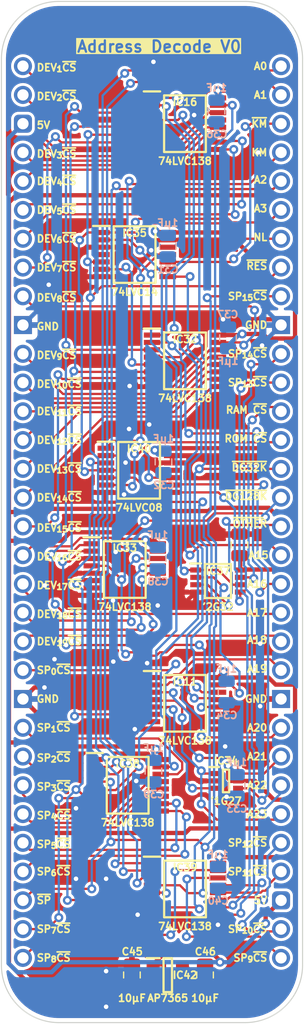
<source format=kicad_pcb>
(kicad_pcb (version 20221018) (generator pcbnew)
  (layers (0 "F.Cu" signal) (31 "B.Cu" signal) (34 "B.Paste" user) (36 "B.SilkS" user "B.Silkscreen") (37 "F.SilkS" user "F.Silkscreen") (38 "B.Mask" user) (39 "F.Mask" user) (44 "Edge.Cuts" user))
  (net 0 "")
  (net 1 "/Address Decode Board/Kernal Mode·Native Latch")
  (net 2 "/Address Decode Board/~{Device Group 128K}")
  (net 3 "/Address Decode Board/~{Device Group 32K}")
  (net 4 "Net-(IC11-~{Y1})")
  (net 5 "Net-(IC11-~{Y0})")
  (net 6 "/Address Decode Board/~{Device _{CS}7}")
  (net 7 "/Address Decode Board/~{Device _{CS}6}")
  (net 8 "/Address Decode Board/~{Device _{CS}5}")
  (net 9 "/Address Decode Board/~{Device _{CS}4}")
  (net 10 "/Address Decode Board/~{Device _{CS}3}")
  (net 11 "/Address Decode Board/GND")
  (net 12 "/Address Decode Board/3.3V")
  (net 13 "/Address Decode Board/A15")
  (net 14 "/Address Decode Board/A16")
  (net 15 "/Address Decode Board/A17")
  (net 16 "/Address Decode Board/A18")
  (net 17 "/Address Decode Board/A19")
  (net 18 "/Address Decode Board/A20")
  (net 19 "/Address Decode Board/A21")
  (net 20 "/Address Decode Board/A22")
  (net 21 "/Address Decode Board/A23")
  (net 22 "/Address Decode Board/~{Device _{CS}2}")
  (net 23 "/Address Decode Board/~{Device _{CS}1}")
  (net 24 "/Address Decode Board/~{SPECIAL}")
  (net 25 "Net-(IC32-~{E2})")
  (net 26 "/Address Decode Board/~{Device _{CS}15}")
  (net 27 "/Address Decode Board/~{Device _{CS}14}")
  (net 29 "/Address Decode Board/~{Device _{CS}13}")
  (net 33 "/Address Decode Board/~{Device _{CS}12}")
  (net 34 "/Address Decode Board/~{Device _{CS}11}")
  (net 35 "/Address Decode Board/~{Device _{CS}10}")
  (net 36 "/Address Decode Board/~{Device _{CS}9}")
  (net 37 "/Address Decode Board/~{Device _{CS}8}")
  (net 38 "/Address Decode Board/~{Device _{CS}19}")
  (net 39 "/Address Decode Board/~{Device _{CS}18}")
  (net 40 "/Address Decode Board/~{Device _{CS}17}")
  (net 41 "/Address Decode Board/~{Device _{CS}16}")
  (net 42 "/Address Decode Board/~{A21+A22+A23}")
  (net 43 "/Address Decode Board/Native Latch")
  (net 45 "/Address Decode Board/~{Native Latch}")
  (net 46 "Net-(IC35D-4Y)")
  (net 47 "/Address Decode Board/A3")
  (net 49 "/Address Decode Board/~{OTHER}")
  (net 50 "/Address Decode Board/~{RAM_{CS}}")
  (net 51 "/Address Decode Board/A0")
  (net 52 "/Address Decode Board/A1")
  (net 53 "/Address Decode Board/A2")
  (net 54 "/Address Decode Board/~{Special _{CS}7}")
  (net 55 "/Address Decode Board/~{Special _{CS}6}")
  (net 56 "/Address Decode Board/~{Special _{CS}5}")
  (net 57 "/Address Decode Board/~{Special _{CS}4}")
  (net 58 "/Address Decode Board/~{Special _{CS}3}")
  (net 59 "/Address Decode Board/~{Special _{CS}2}")
  (net 60 "/Address Decode Board/~{Special _{CS}1}")
  (net 61 "/Address Decode Board/~{Special _{CS}0}")
  (net 62 "/Address Decode Board/~{Special _{CS}15}")
  (net 63 "/Address Decode Board/~{Special _{CS}14}")
  (net 64 "/Address Decode Board/~{Special _{CS}13}")
  (net 65 "/Address Decode Board/~{Special _{CS}12}")
  (net 66 "/Address Decode Board/~{Special _{CS}11}")
  (net 67 "/Address Decode Board/~{Special _{CS}10}")
  (net 68 "/Address Decode Board/~{Special _{CS}9}")
  (net 69 "/Address Decode Board/~{Special _{CS}8}")
  (net 70 "/Address Decode Board/Kernal Mode")
  (net 71 "/Address Decode Board/~{ROM_{CS}}")
  (net 77 "Net-(IC37B-2A)")
  (net 78 "/Address Decode Board/5V")
  (net 80 "/Address Decode Board/~{Kernal Mode}")
  (net 81 "/Address Decode Board/~{Reset}")
  (footprint "SamacSys_Parts:SOP65P210X110-6N" (layer "F.Cu") (at 104.348 134.235)
    (fp_text reference "IC34")
    (fp_text value "74LVC1G27GW,125" hide)
  )
  (footprint "SamacSys_Parts:C_0805" (layer "F.Cu") (at 96.012 151.384)
    (fp_text reference "C45")
    (fp_text value "10μF")
  )
  (footprint "SamacSys_Parts:SOP65P640X110-16N" (layer "F.Cu") (at 100.715 127.381)
    (fp_text reference "IC11")
    (fp_text value "74LVC138APW-Q100J" hide)
  )
  (footprint "SamacSys_Parts:C_0805" (layer "F.Cu") (at 102.489 151.384)
    (fp_text reference "C46")
    (fp_text value "10μF")
  )
  (footprint "SamacSys_Parts:SOP65P640X110-16N" (layer "F.Cu") (at 100.715 143.775)
    (fp_text reference "IC39")
    (fp_text value "74LVC138APW-Q100J" hide)
  )
  (footprint "SamacSys_Parts:SOP65P640X110-16N" (layer "F.Cu") (at 95.635 134.62)
    (fp_text reference "IC38")
    (fp_text value "74LVC138APW-Q100J" hide)
  )
  (footprint "SamacSys_Parts:DIP-64_Board_W22.86mm" (layer "F.Cu") (at 86.36 71.12)
    (fp_text reference "J2" hide)
    (fp_text value "Conn_02x32_Counter_Clockwise")
    (fp_line (start -1.905 -0.635) (end -1.905 79.375) (stroke (width 0.1)) (layer "Edge.Cuts"))
    (fp_line (start 19.685 -5.715) (end 3.175 -5.715) (stroke (width 0.1)) (layer "Edge.Cuts"))
    (fp_line (start 19.685 84.455) (end 3.175 84.455) (stroke (width 0.1)) (layer "Edge.Cuts"))
    (fp_line (start 24.765 79.375) (end 24.765 -0.635) (stroke (width 0.1)) (layer "Edge.Cuts"))
    (fp_arc (start -1.905 -0.635) (mid -0.417102 -4.227102) (end 3.175 -5.715) (stroke (width 0.1)) (layer "Edge.Cuts"))
    (fp_arc (start 3.175 84.455) (mid -0.417102 82.967102) (end -1.905 79.375) (stroke (width 0.1)) (layer "Edge.Cuts"))
    (fp_arc (start 19.685 -5.715) (mid 23.277102 -4.227102) (end 24.765 -0.635) (stroke (width 0.1)) (layer "Edge.Cuts"))
    (fp_arc (start 24.765 79.375) (mid 23.277102 82.967102) (end 19.685 84.455) (stroke (width 0.1)) (layer "Edge.Cuts"))
  )
  (footprint "SamacSys_Parts:SOP65P640X110-16N" (layer "F.Cu") (at 100.711 76.2)
    (fp_text reference "IC16")
    (fp_text value "74LVC138APW-Q100J" hide)
  )
  (footprint "SamacSys_Parts:SOP65P640X110-16N" (layer "F.Cu") (at 95.377 115.57)
    (fp_text reference "IC33")
    (fp_text value "74LVC138APW-Q100J" hide)
  )
  (footprint "SamacSys_Parts:C_0805" (layer "F.Cu") (at 105.537 113.411)
    (fp_text reference "C35" hide)
    (fp_text value "1μF" hide)
  )
  (footprint "SamacSys_Parts:SOP65P640X110-14N" (layer "F.Cu") (at 96.647 106.807)
    (fp_text reference "IC40")
    (fp_text value "74LVC08APW,112" hide)
  )
  (footprint "SamacSys_Parts:SOP65P400X110-8N" (layer "F.Cu") (at 103.632 116.586)
    (fp_text reference "IC37")
    (fp_text value "74LVC2G32DP,125" hide)
  )
  (footprint "SamacSys_Parts:SOP65P640X110-16N" (layer "F.Cu") (at 100.711 97.14)
    (fp_text reference "IC32")
    (fp_text value "74LVC138APW-Q100J" hide)
  )
  (footprint "SamacSys_Parts:SOT95P285X130-5N" (layer "F.Cu") (at 99.187 151.384)
    (fp_text reference "IC42")
    (fp_text value "AP7365-33WG-7" hide)
  )
  (footprint "SamacSys_Parts:SOP65P640X110-14N" (layer "F.Cu") (at 96.249 87.757)
    (fp_text reference "IC35")
    (fp_text value "SN74LVC14APWRG4 " hide)
  )
  (footprint "SamacSys_Parts:C_0805" (layer "B.Cu") (at 104.394 126.365)
    (fp_text reference "C34")
    (fp_text value "1μF")
  )
  (footprint "SamacSys_Parts:C_0805" (layer "B.Cu") (at 105.283 134.62)
    (fp_text reference "C33")
    (fp_text value "1μF")
  )
  (footprint "SamacSys_Parts:C_0805" (layer "B.Cu") (at 103.632 142.748)
    (fp_text reference "C40")
    (fp_text value "1μF")
  )
  (footprint "SamacSys_Parts:C_0805" (layer "B.Cu") (at 104.521 95.123 180)
    (fp_text reference "C37")
    (fp_text value "1μF")
  )
  (footprint "SamacSys_Parts:C_0805" (layer "B.Cu") (at 103.505 75.057)
    (fp_text reference "C36")
    (fp_text value "1μF")
  )
  (footprint "SamacSys_Parts:C_0805" (layer "B.Cu") (at 98.298 114.554)
    (fp_text reference "C38")
    (fp_text value "1μF")
  )
  (footprint "SamacSys_Parts:C_0805" (layer "B.Cu") (at 97.917 133.35)
    (fp_text reference "C39")
    (fp_text value "1μF")
  )
  (footprint "SamacSys_Parts:C_0805" (layer "B.Cu") (at 99.187 86.995)
    (fp_text reference "C31")
    (fp_text value "1μF")
  )
  (footprint "SamacSys_Parts:C_0805" (layer "B.Cu") (at 98.806 106.045)
    (fp_text reference "C32")
    (fp_text value "1μF")
  )
  (gr_text "A23" (at 108.077 137.16) (layer "F.SilkS") (effects (font (size 0.635 0.635)) (justify right)))
  (gr_text "A0" (at 108.077 71.12) (layer "F.SilkS") (effects (font (size 0.635 0.635)) (justify right)))
  (gr_text "SP_{7}~{CS}" (at 87.503 147.32) (layer "F.SilkS") (effects (font (size 0.635 0.635)) (justify left)))
  (gr_text "DEV_{10}~{CS}" (at 87.503 99.187) (layer "F.SilkS") (effects (font (size 0.635 0.635)) (justify left)))
  (gr_text "~{KM}" (at 108.077 76.2) (layer "F.SilkS") (effects (font (size 0.635 0.635)) (justify right)))
  (gr_text "SP_{12}~{CS}" (at 108.077 139.7) (layer "F.SilkS") (effects (font (size 0.635 0.635)) (justify right)))
  (gr_text "~{RES}" (at 108.077 88.773) (layer "F.SilkS") (effects (font (size 0.635 0.635)) (justify right)))
  (gr_text "DEV_{4}~{CS}" (at 87.503 81.28) (layer "F.SilkS") (effects (font (size 0.635 0.635)) (justify left)))
  (gr_text "DEV_{1}~{CS}" (at 87.503 71.247) (layer "F.SilkS") (effects (font (size 0.635 0.635)) (justify left)))
  (gr_text "A21" (at 108.077 132.08) (layer "F.SilkS") (effects (font (size 0.635 0.635)) (justify right)))
  (gr_text "DEV_{6}~{CS}" (at 87.503 86.36) (layer "F.SilkS") (effects (font (size 0.635 0.635)) (justify left)))
  (gr_text "DEV_{19}~{CS}" (at 87.503 121.92) (layer "F.SilkS") (effects (font (size 0.635 0.635)) (justify left)))
  (gr_text "A1" (at 108.077 73.66) (layer "F.SilkS") (effects (font (size 0.635 0.635)) (justify right)))
  (gr_text "~{OTHER}" (at 108.077 111.506) (layer "F.SilkS") (effects (font (size 0.635 0.635)) (justify right)))
  (gr_text "A2" (at 108.077 81.153) (layer "F.SilkS") (effects (font (size 0.635 0.635)) (justify right)))
  (gr_text "A3" (at 108.077 83.693) (layer "F.SilkS") (effects (font (size 0.635 0.635)) (justify right)))
  (gr_text "GND" (at 108.077 93.98) (layer "F.SilkS") (effects (font (size 0.635 0.635)) (justify right)))
  (gr_text "KM" (at 108.077 78.74) (layer "F.SilkS") (effects (font (size 0.635 0.635)) (justify right)))
  (gr_text "SP_{2}~{CS}" (at 87.503 132.207) (layer "F.SilkS") (effects (font (size 0.635 0.635)) (justify left)))
  (gr_text "SP_{9}~{CS}" (at 108.077 149.86) (layer "F.SilkS") (effects (font (size 0.635 0.635)) (justify right)))
  (gr_text "DEV_{13}~{CS}" (at 87.503 106.68) (layer "F.SilkS") (effects (font (size 0.635 0.635)) (justify left)))
  (gr_text "~{DG128K}" (at 108.077 109.093) (layer "F.SilkS") (effects (font (size 0.635 0.635)) (justify right)))
  (gr_text "ROM ~{CS}" (at 108.077 104.013) (layer "F.SilkS") (effects (font (size 0.635 0.635)) (justify right)))
  (gr_text "SP_{13}~{CS}" (at 108.077 99.06) (layer "F.SilkS") (effects (font (size 0.635 0.635)) (justify right)))
  (gr_text "GND" (at 108.077 127) (layer "F.SilkS") (effects (font (size 0.635 0.635)) (justify right)))
  (gr_text "SP_{6}~{CS}" (at 87.503 142.24) (layer "F.SilkS") (effects (font (size 0.635 0.635)) (justify left)))
  (gr_text "SP_{11}~{CS}" (at 108.077 142.24) (layer "F.SilkS") (effects (font (size 0.635 0.635)) (justify right)))
  (gr_text "DEV_{9}~{CS}" (at 87.503 96.647) (layer "F.SilkS") (effects (font (size 0.635 0.635)) (justify left)))
  (gr_text "DEV_{18}~{CS}" (at 87.503 119.507) (layer "F.SilkS") (effects (font (size 0.635 0.635)) (justify left)))
  (gr_text "SP_{15}~{CS}" (at 108.077 91.44) (layer "F.SilkS") (effects (font (size 0.635 0.635)) (justify right)))
  (gr_text "DEV_{5}~{CS}" (at 87.503 83.82) (layer "F.SilkS") (effects (font (size 0.635 0.635)) (justify left)))
  (gr_text "5V" (at 87.503 76.327) (layer "F.SilkS") (effects (font (size 0.635 0.635)) (justify left)))
  (gr_text "DEV_{3}~{CS}" (at 87.503 78.867) (layer "F.SilkS") (effects (font (size 0.635 0.635)) (justify left)))
  (gr_text "A16" (at 108.077 116.84) (layer "F.SilkS") (effects (font (size 0.635 0.635)) (justify right)))
  (gr_text "A17" (at 108.077 119.38) (layer "F.SilkS") (effects (font (size 0.635 0.635)) (justify right)))
  (gr_text "Address Decode V0" (at 98.425 69.977) (layer "F.SilkS" knockout) (effects (font (size 1 1) (thickness 0.2) bold) (justify bottom)))
  (gr_text "~{SP}" (at 87.503 144.78) (layer "F.SilkS") (effects (font (size 0.635 0.635)) (justify left)))
  (gr_text "~{DG32K}" (at 108.077 106.553) (layer "F.SilkS") (effects (font (size 0.635 0.635)) (justify right)))
  (gr_text "DEV_{15}~{CS}" (at 87.503 111.887) (layer "F.SilkS") (effects (font (size 0.635 0.635)) (justify left)))
  (gr_text "DEV_{11}~{CS}" (at 87.503 101.6) (layer "F.SilkS") (effects (font (size 0.635 0.635)) (justify left)))
  (gr_text "DEV_{14}~{CS}" (at 87.503 109.22) (layer "F.SilkS") (effects (font (size 0.635 0.635)) (justify left)))
  (gr_text "DEV_{8}~{CS}" (at 87.503 91.567) (layer "F.SilkS") (effects (font (size 0.635 0.635)) (justify left)))
  (gr_text "A18" (at 108.077 121.793) (layer "F.SilkS") (effects (font (size 0.635 0.635)) (justify right)))
  (gr_text "DEV_{7}~{CS}" (at 87.503 88.9) (layer "F.SilkS") (effects (font (size 0.635 0.635)) (justify left)))
  (gr_text "SP_{1}~{CS}" (at 87.503 129.54) (layer "F.SilkS") (effects (font (size 0.635 0.635)) (justify left)))
  (gr_text "GND" (at 87.503 127) (layer "F.SilkS") (effects (font (size 0.635 0.635)) (justify left)))
  (gr_text "SP_{8}~{CS}" (at 87.503 149.86) (layer "F.SilkS") (effects (font (size 0.635 0.635)) (justify left)))
  (gr_text "RAM ~{CS}" (at 108.077 101.473) (layer "F.SilkS") (effects (font (size 0.635 0.635)) (justify right)))
  (gr_text "SP_{5}~{CS}" (at 87.503 139.827) (layer "F.SilkS") (effects (font (size 0.635 0.635)) (justify left)))
  (gr_text "A19" (at 108.077 124.333) (layer "F.SilkS") (effects (font (size 0.635 0.635)) (justify right)))
  (gr_text "SP_{0}~{CS}" (at 87.503 124.46) (layer "F.SilkS") (effects (font (size 0.635 0.635)) (justify left)))
  (gr_text "A20" (at 108.077 129.54) (layer "F.SilkS") (effects (font (size 0.635 0.635)) (justify right)))
  (gr_text "GND" (at 87.503 94.107) (layer "F.SilkS") (effects (font (size 0.635 0.635)) (justify left)))
  (gr_text "SP_{4}~{CS}" (at 87.503 137.287) (layer "F.SilkS") (effects (font (size 0.635 0.635)) (justify left)))
  (gr_text "5V" (at 108.077 144.78) (layer "F.SilkS") (effects (font (size 0.635 0.635)) (justify right)))
  (gr_text "NL" (at 108.077 86.233) (layer "F.SilkS") (effects (font (size 0.635 0.635)) (justify right)))
  (gr_text "DEV_{16}~{CS}" (at 87.503 114.427) (layer "F.SilkS") (effects (font (size 0.635 0.635)) (justify left)))
  (gr_text "DEV_{2}~{CS}" (at 87.503 73.787) (layer "F.SilkS") (effects (font (size 0.635 0.635)) (justify left)))
  (gr_text "A22" (at 108.077 134.62) (layer "F.SilkS") (effects (font (size 0.635 0.635)) (justify right)))
  (gr_text "SP_{10}~{CS}" (at 108.077 147.32) (layer "F.SilkS") (effects (font (size 0.635 0.635)) (justify right)))
  (gr_text "A15" (at 108.204 114.3) (layer "F.SilkS") (effects (font (size 0.635 0.635)) (justify right)))
  (gr_text "DEV_{12}~{CS}" (at 87.503 104.14) (layer "F.SilkS") (effects (font (size 0.635 0.635)) (justify left)))
  (gr_text "SP_{3}~{CS}" (at 87.503 134.747) (layer "F.SilkS") (effects (font (size 0.635 0.635)) (justify left)))
  (gr_text "DEV_{17}~{CS}" (at 87.503 116.967) (layer "F.SilkS") (effects (font (size 0.635 0.635)) (justify left)))
  (gr_text "SP_{14}~{CS}" (at 108.077 96.52) (layer "F.SilkS") (effects (font (size 0.635 0.635)) (justify right)))
  (segment (start 93.709 106.157) (end 92.413814 106.157) (width 0.2) (layer "F.Cu") (net 1))
  (segment (start 92.413814 106.157) (end 92.33011 106.073296) (width 0.2) (layer "F.Cu") (net 1))
  (segment (start 97.79 128.356) (end 91.1 128.356) (width 0.2) (layer "F.Cu") (net 1))
  (segment (start 91.1 128.356) (end 90.932 128.524) (width 0.2) (layer "F.Cu") (net 1))
  (via (at 92.33011 106.073296) (size 0.8) (drill 0.4) (layers "F.Cu" "B.Cu") (net 1))
  (via (at 90.932 128.524) (size 0.8) (drill 0.4) (layers "F.Cu" "B.Cu") (net 1))
  (segment (start 90.424 118.618) (end 90.424 116.274314) (width 0.2) (layer "B.Cu") (net 1))
  (segment (start 92.270636 114.427678) (end 92.270636 110.802364) (width 0.2) (layer "B.Cu") (net 1))
  (segment (start 90.932 119.126) (end 90.424 118.618) (width 0.2) (layer "B.Cu") (net 1))
  (segment (start 90.424 116.274314) (end 92.270636 114.427678) (width 0.2) (layer "B.Cu") (net 1))
  (segment (start 92.520999 110.552001) (end 92.520999 106.264185) (width 0.2) (layer "B.Cu") (net 1))
  (segment (start 90.932 128.524) (end 90.932 119.126) (width 0.2) (layer "B.Cu") (net 1))
  (segment (start 92.520999 106.264185) (end 92.33011 106.073296) (width 0.2) (layer "B.Cu") (net 1))
  (segment (start 92.270636 110.802364) (end 92.520999 110.552001) (width 0.2) (layer "B.Cu") (net 1))
  (segment (start 99.059548 122.878488) (end 98.483724 122.878488) (width 0.2) (layer "F.Cu") (net 2))
  (segment (start 99.712036 122.226) (end 99.059548 122.878488) (width 0.2) (layer "F.Cu") (net 2))
  (segment (start 93.887 115.245) (end 95.101 116.459) (width 0.2) (layer "F.Cu") (net 2))
  (segment (start 98.183944 123.178268) (end 97.604044 123.178268) (width 0.2) (layer "F.Cu") (net 2))
  (segment (start 102.648194 111.252) (end 97.155 111.252) (width 0.2) (layer "F.Cu") (net 2))
  (segment (start 102.185346 127.706) (end 102.151 127.740346) (width 0.2) (layer "F.Cu") (net 2))
  (segment (start 107.513315 110.609315) (end 103.290879 110.609315) (width 0.2) (layer "F.Cu") (net 2))
  (segment (start 98.483724 122.878488) (end 98.183944 123.178268) (width 0.2) (layer "F.Cu") (net 2))
  (segment (start 101.978045 122.226) (end 99.712036 122.226) (width 0.2) (layer "F.Cu") (net 2))
  (segment (start 95.620794 122.878488) (end 95.460282 123.039) (width 0.2) (layer "F.Cu") (net 2))
  (segment (start 97.304264 122.878488) (end 95.620794 122.878488) (width 0.2) (layer "F.Cu") (net 2))
  (segment (start 92.452 115.245) (end 93.887 115.245) (width 0.2) (layer "F.Cu") (net 2))
  (segment (start 107.837 110.933) (end 107.513315 110.609315) (width 0.2) (layer "F.Cu") (net 2))
  (segment (start 103.290879 110.609315) (end 102.648194 111.252) (width 0.2) (layer "F.Cu") (net 2))
  (segment (start 103.64 127.706) (end 102.185346 127.706) (width 0.2) (layer "F.Cu") (net 2))
  (segment (start 97.604044 123.178268) (end 97.304264 122.878488) (width 0.2) (layer "F.Cu") (net 2))
  (via (at 95.460282 123.039) (size 0.8) (drill 0.4) (layers "F.Cu" "B.Cu") (net 2))
  (via (at 101.978045 122.226) (size 0.8) (drill 0.4) (layers "F.Cu" "B.Cu") (net 2))
  (via (at 102.151 127.740346) (size 0.8) (drill 0.4) (layers "F.Cu" "B.Cu") (net 2))
  (via (at 95.101 116.459) (size 0.8) (drill 0.4) (layers "F.Cu" "B.Cu") (net 2))
  (via (at 97.155 111.252) (size 0.8) (drill 0.4) (layers "F.Cu" "B.Cu") (net 2))
  (via (at 107.837 110.933) (size 0.8) (drill 0.4) (layers "F.Cu" "B.Cu") (net 2))
  (segment (start 102.451 122.698955) (end 102.451 127.440346) (width 0.2) (layer "B.Cu") (net 2))
  (segment (start 102.451 127.440346) (end 102.151 127.740346) (width 0.2) (layer "B.Cu") (net 2))
  (segment (start 95.377 113.03) (end 95.377 116.183) (width 0.2) (layer "B.Cu") (net 2))
  (segment (start 95.460282 123.039) (end 95.101 122.679718) (width 0.2) (layer "B.Cu") (net 2))
  (segment (start 95.377 116.183) (end 95.101 116.459) (width 0.2) (layer "B.Cu") (net 2))
  (segment (start 95.101 122.679718) (end 95.101 116.459) (width 0.2) (layer "B.Cu") (net 2))
  (segment (start 107.837 110.603) (end 107.837 110.933) (width 0.2) (layer "B.Cu") (net 2))
  (segment (start 97.155 111.252) (end 95.377 113.03) (width 0.2) (layer "B.Cu") (net 2))
  (segment (start 109.22 109.22) (end 107.837 110.603) (width 0.2) (layer "B.Cu") (net 2))
  (segment (start 101.978045 122.226) (end 102.451 122.698955) (width 0.2) (layer "B.Cu") (net 2))
  (segment (start 109.22 106.68) (end 101.981 106.68) (width 0.2) (layer "F.Cu") (net 3))
  (segment (start 100.090462 75.875) (end 100.522 75.443462) (width 0.2) (layer "F.Cu") (net 3))
  (segment (start 100.245191 96.815) (end 101.731 95.329191) (width 0.2) (layer "F.Cu") (net 3))
  (segment (start 103.514685 126.930685) (end 101.532119 126.930685) (width 0.2) (layer "F.Cu") (net 3))
  (segment (start 97.786 75.875) (end 100.090462 75.875) (width 0.2) (layer "F.Cu") (net 3))
  (segment (start 97.786 96.815) (end 100.245191 96.815) (width 0.2) (layer "F.Cu") (net 3))
  (via (at 101.731 95.329191) (size 0.8) (drill 0.4) (layers "F.Cu" "B.Cu") (net 3))
  (via (at 101.532119 126.930685) (size 0.8) (drill 0.4) (layers "F.Cu" "B.Cu") (net 3))
  (via (at 101.981 106.68) (size 0.8) (drill 0.4) (layers "F.Cu" "B.Cu") (net 3))
  (via (at 100.522 75.443462) (size 0.8) (drill 0.4) (layers "F.Cu" "B.Cu") (net 3))
  (segment (start 101.731 95.329191) (end 101.981 95.079191) (width 0.2) (layer "B.Cu") (net 3))
  (segment (start 102.255798 113.746367) (end 102.255798 120.051888) (width 0.2) (layer "B.Cu") (net 3))
  (segment (start 101.578 109.31105) (end 101.578 109.89095) (width 0.2) (layer "B.Cu") (net 3))
  (segment (start 102.255798 120.051888) (end 100.877954 121.429733) (width 0.2) (layer "B.Cu") (net 3))
  (segment (start 101.581 109.89395) (end 101.581 113.071569) (width 0.2) (layer "B.Cu") (net 3))
  (segment (start 100.522 75.941686) (end 100.522 75.443462) (width 0.2) (layer "B.Cu") (net 3))
  (segment (start 101.981 106.68) (end 102.549 106.112) (width 0.2) (layer "B.Cu") (net 3))
  (segment (start 100.877954 126.27652) (end 101.532119 126.930685) (width 0.2) (layer "B.Cu") (net 3))
  (segment (start 101.581 107.08) (end 101.581 109.30805) (width 0.2) (layer "B.Cu") (net 3))
  (segment (start 101.581 109.30805) (end 101.578 109.31105) (width 0.2) (layer "B.Cu") (net 3))
  (segment (start 101.578 109.89095) (end 101.581 109.89395) (width 0.2) (layer "B.Cu") (net 3))
  (segment (start 102.235746 96.792825) (end 102.235746 95.833937) (width 0.2) (layer "B.Cu") (net 3))
  (segment (start 101.981 77.400686) (end 100.522 75.941686) (width 0.2) (layer "B.Cu") (net 3))
  (segment (start 101.981 95.079191) (end 101.981 77.400686) (width 0.2) (layer "B.Cu") (net 3))
  (segment (start 102.235746 95.833937) (end 101.731 95.329191) (width 0.2) (layer "B.Cu") (net 3))
  (segment (start 101.581 113.071569) (end 102.255798 113.746367) (width 0.2) (layer "B.Cu") (net 3))
  (segment (start 100.877954 121.429733) (end 100.877954 126.27652) (width 0.2) (layer "B.Cu") (net 3))
  (segment (start 101.981 106.68) (end 101.581 107.08) (width 0.2) (layer "B.Cu") (net 3))
  (segment (start 102.549 106.112) (end 102.549 97.106079) (width 0.2) (layer "B.Cu") (net 3))
  (segment (start 102.549 97.106079) (end 102.235746 96.792825) (width 0.2) (layer "B.Cu") (net 3))
  (segment (start 103.64 126.406) (end 102.20578 126.406) (width 0.2) (layer "F.Cu") (net 4))
  (segment (start 93.709 107.457) (end 96.281 107.457) (width 0.2) (layer "F.Cu") (net 4))
  (segment (start 96.281 107.457) (end 98.425 109.601) (width 0.2) (layer "F.Cu") (net 4))
  (segment (start 102.20578 126.406) (end 101.751 125.95122) (width 0.2) (layer "F.Cu") (net 4))
  (segment (start 98.425 109.601) (end 102.278 109.601) (width 0.2) (layer "F.Cu") (net 4))
  (via (at 102.278 109.601) (size 0.8) (drill 0.4) (layers "F.Cu" "B.Cu") (net 4))
  (via (at 101.751 125.95122) (size 0.8) (drill 0.4) (layers "F.Cu" "B.Cu") (net 4))
  (segment (start 101.492 122.739023) (end 101.492 125.69222) (width 0.2) (layer "B.Cu") (net 4))
  (segment (start 102.278 109.601) (end 101.981 109.898) (width 0.2) (layer "B.Cu") (net 4))
  (segment (start 102.655798 120.217574) (end 101.277954 121.595418) (width 0.2) (layer "B.Cu") (net 4))
  (segment (start 101.981 112.905883) (end 102.655798 113.580682) (width 0.2) (layer "B.Cu") (net 4))
  (segment (start 101.277954 122.524976) (end 101.492 122.739023) (width 0.2) (layer "B.Cu") (net 4))
  (segment (start 101.277954 121.595418) (end 101.277954 122.524976) (width 0.2) (layer "B.Cu") (net 4))
  (segment (start 101.492 125.69222) (end 101.751 125.95122) (width 0.2) (layer "B.Cu") (net 4))
  (segment (start 102.655798 113.580682) (end 102.655798 120.217574) (width 0.2) (layer "B.Cu") (net 4))
  (segment (start 101.981 109.898) (end 101.981 112.905883) (width 0.2) (layer "B.Cu") (net 4))
  (segment (start 103.64 125.756) (end 104.801 125.756) (width 0.2) (layer "F.Cu") (net 5))
  (segment (start 101.657 116.261) (end 103.239278 116.261) (width 0.2) (layer "F.Cu") (net 5))
  (segment (start 103.239278 116.261) (end 104.155798 117.17752) (width 0.2) (layer "F.Cu") (net 5))
  (segment (start 104.801 125.756) (end 105.537 126.492) (width 0.2) (layer "F.Cu") (net 5))
  (via (at 104.155798 117.17752) (size 0.8) (drill 0.4) (layers "F.Cu" "B.Cu") (net 5))
  (via (at 105.537 126.492) (size 0.8) (drill 0.4) (layers "F.Cu" "B.Cu") (net 5))
  (segment (start 105.537 124.587) (end 105.537 126.492) (width 0.2) (layer "B.Cu") (net 5))
  (segment (start 103.855798 122.905798) (end 105.537 124.587) (width 0.2) (layer "B.Cu") (net 5))
  (segment (start 103.855798 117.47752) (end 103.855798 122.905798) (width 0.2) (layer "B.Cu") (net 5))
  (segment (start 104.155798 117.17752) (end 103.855798 117.47752) (width 0.2) (layer "B.Cu") (net 5))
  (segment (start 86.36 88.9) (end 87.884 88.9) (width 0.2) (layer "F.Cu") (net 6))
  (segment (start 88.519 88.265) (end 88.519 88.011) (width 0.2) (layer "F.Cu") (net 6))
  (segment (start 97.555 77.854) (end 89.747722 77.854) (width 0.2) (layer "F.Cu") (net 6))
  (segment (start 87.884 88.9) (end 88.519 88.265) (width 0.2) (layer "F.Cu") (net 6))
  (segment (start 89.747722 77.854) (end 89.236722 77.343) (width 0.2) (layer "F.Cu") (net 6))
  (via (at 89.236722 77.343) (size 0.8) (drill 0.4) (layers "F.Cu" "B.Cu") (net 6))
  (via (at 88.519 88.011) (size 0.8) (drill 0.4) (layers "F.Cu" "B.Cu") (net 6))
  (segment (start 88.519 88.011) (end 88.519 78.060722) (width 0.2) (layer "B.Cu") (net 6))
  (segment (start 88.519 78.060722) (end 89.236722 77.343) (width 0.2) (layer "B.Cu") (net 6))
  (segment (start 86.36 86.36) (end 88.519 84.201) (width 0.2) (layer "F.Cu") (net 7))
  (segment (start 88.519 84.201) (end 105.137 84.201) (width 0.2) (layer "F.Cu") (net 7))
  (segment (start 103.636 78.475) (end 105.029 78.475) (width 0.2) (layer "F.Cu") (net 7))
  (segment (start 105.137 84.201) (end 105.156 84.22) (width 0.2) (layer "F.Cu") (net 7))
  (via (at 105.156 84.22) (size 0.8) (drill 0.4) (layers "F.Cu" "B.Cu") (net 7))
  (via (at 105.029 78.475) (size 0.8) (drill 0.4) (layers "F.Cu" "B.Cu") (net 7))
  (segment (start 105.026 84.09) (end 105.156 84.22) (width 0.2) (layer "B.Cu") (net 7))
  (segment (start 105.026 78.478) (end 105.026 84.09) (width 0.2) (layer "B.Cu") (net 7))
  (segment (start 105.029 78.475) (end 105.026 78.478) (width 0.2) (layer "B.Cu") (net 7))
  (segment (start 105.724498 83.312) (end 105.726 83.310498) (width 0.2) (layer "F.Cu") (net 8))
  (segment (start 103.737 77.724) (end 105.791 77.724) (width 0.2) (layer "F.Cu") (net 8))
  (segment (start 86.868 83.312) (end 105.724498 83.312) (width 0.2) (layer "F.Cu") (net 8))
  (via (at 105.791 77.724) (size 0.8) (drill 0.4) (layers "F.Cu" "B.Cu") (net 8))
  (via (at 105.726 83.310498) (size 0.8) (drill 0.4) (layers "F.Cu" "B.Cu") (net 8))
  (segment (start 105.791 77.724) (end 105.791 83.245498) (width 0.2) (layer "B.Cu") (net 8))
  (segment (start 105.791 83.245498) (end 105.726 83.310498) (width 0.2) (layer "B.Cu") (net 8))
  (segment (start 102.550006 77.175) (end 99.461006 80.264) (width 0.2) (layer "F.Cu") (net 9))
  (segment (start 99.461006 80.264) (end 87.376 80.264) (width 0.2) (layer "F.Cu") (net 9))
  (segment (start 87.376 80.264) (end 86.36 81.28) (width 0.2) (layer "F.Cu") (net 9))
  (segment (start 103.636 77.175) (end 102.550006 77.175) (width 0.2) (layer "F.Cu") (net 9))
  (segment (start 102.63432 76.525) (end 99.29532 79.864) (width 0.2) (layer "F.Cu") (net 10))
  (segment (start 103.636 76.525) (end 102.63432 76.525) (width 0.2) (layer "F.Cu") (net 10))
  (segment (start 99.29532 79.864) (end 87.484 79.864) (width 0.2) (layer "F.Cu") (net 10))
  (segment (start 87.484 79.864) (end 86.36 78.74) (width 0.2) (layer "F.Cu") (net 10))
  (segment (start 98.806 102.76251) (end 97.54361 102.76251) (width 0.38) (layer "F.Cu") (net 11))
  (segment (start 103.950756 134.235) (end 104.394005 134.678249) (width 0.38) (layer "F.Cu") (net 11))
  (segment (start 97.663 86.868) (end 97.663 87.324592) (width 0.38) (layer "F.Cu") (net 11))
  (segment (start 104.648 151.13) (end 104.902 150.876) (width 0.38) (layer "F.Cu") (net 11))
  (segment (start 98.679 146.939) (end 103.632 146.939) (width 0.38) (layer "F.Cu") (net 11))
  (segment (start 97.786 99.415) (end 95.859536 99.415) (width 0.38) (layer "F.Cu") (net 11))
  (segment (start 97.663 86.868) (end 97.6835 86.868) (width 0.38) (layer "F.Cu") (net 11))
  (segment (start 89.371102 115.895) (end 88.288999 116.977102) (width 0.38) (layer "F.Cu") (net 11))
  (segment (start 103.378 151.13) (end 104.648 151.13) (width 0.38) (layer "F.Cu") (net 11))
  (segment (start 104.394005 134.678249) (end 104.394005 135.636001) (width 0.38) (layer "F.Cu") (net 11))
  (segment (start 95.803867 89.707) (end 96.298422 89.212445) (width 0.38) (layer "F.Cu") (net 11))
  (segment (start 106.001695 96.675) (end 106.372229 96.675) (width 0.38) (layer "F.Cu") (net 11))
  (segment (start 95.758 103.156999) (end 96.152489 102.76251) (width 0.38) (layer "F.Cu") (net 11))
  (segment (start 99.822 118.46) (end 98.583 118.46) (width 0.38) (layer "F.Cu") (net 11))
  (segment (start 101.092 131.191) (end 104.267 131.191) (width 0.38) (layer "F.Cu") (net 11))
  (segment (start 96.67 148.948) (end 96.012 149.606) (width 0.38) (layer "F.Cu") (net 11))
  (segment (start 88.646 90.424) (end 89.363 89.707) (width 0.38) (layer "F.Cu") (net 11))
  (segment (start 100.965 133.35872) (end 100.965 131.191) (width 0.38) (layer "F.Cu") (net 11))
  (segment (start 97.353459 123.829) (end 97.358098 123.833639) (width 0.38) (layer "F.Cu") (net 11))
  (segment (start 100.965 131.191) (end 99.43 129.656) (width 0.38) (layer "F.Cu") (net 11))
  (segment (start 102.666 150.418) (end 103.378 151.13) (width 0.38) (layer "F.Cu") (net 11))
  (segment (start 93.709 108.757) (end 95.126722 108.757) (width 0.38) (layer "F.Cu") (net 11))
  (segment (start 98.013 118.46) (end 98.298 118.745) (width 0.38) (layer "F.Cu") (net 11))
  (segment (start 98.964614 99.415) (end 102.521 95.858615) (width 0.38) (layer "F.Cu") (net 11))
  (segment (start 98.806 102.76251) (end 102.387719 102.76251) (width 0.38) (layer "F.Cu") (net 11))
  (segment (start 104.013 123.016) (end 106.465988 123.016) (width 0.38) (layer "F.Cu") (net 11))
  (segment (start 101.179035 123.045) (end 99.650613 123.045) (width 0.38) (layer "F.Cu") (net 11))
  (segment (start 104.751 97.925695) (end 106.001695 96.675) (width 0.38) (layer "F.Cu") (net 11))
  (segment (start 94.319 114.595) (end 94.570636 114.343364) (width 0.38) (layer "F.Cu") (net 11))
  (segment (start 92.452 118.233) (end 92.679 118.46) (width 0.38) (layer "F.Cu") (net 11))
  (segment (start 106.372229 96.675) (end 107.258023 95.789206) (width 0.38) (layer "F.Cu") (net 11))
  (segment (start 96.012 149.606) (end 96.012 150.418) (width 0.38) (layer "F.Cu") (net 11))
  (segment (start 96.298422 88.994578) (end 97.663 87.63) (width 0.38) (layer "F.Cu") (net 11))
  (segment (start 105.41 112.572) (end 101.55 112.572) (width 0.38) (layer "F.Cu") (net 11))
  (segment (start 93.737 136.895) (end 96.393 134.239) (width 0.38) (layer "F.Cu") (net 11))
  (segment (start 96.978 151.384) (end 97.887 151.384) (width 0.38) (layer "F.Cu") (net 11))
  (segment (start 92.71 136.895) (end 93.737 136.895) (width 0.38) (layer "F.Cu") (net 11))
  (segment (start 94.570636 114.343364) (end 94.570636 114.015464) (width 0.38) (layer "F.Cu") (net 11))
  (segment (start 92.452 114.595) (end 91.5033 114.595) (width 0.38) (layer "F.Cu") (net 11))
  (segment (start 99.43 129.656) (end 97.79 129.656) (width 0.38) (layer "F.Cu") (net 11))
  (segment (start 92.452 115.895) (end 89.371102 115.895) (width 0.38) (layer "F.Cu") (net 11))
  (segment (start 99.822 114.3) (end 99.822 118.46) (width 0.38) (layer "F.Cu") (net 11))
  (segment (start 92.71 136.895) (end 91.302 136.895) (width 0.38) (layer "F.Cu") (net 11))
  (segment (start 86.36 127) (end 87.376 125.984) (width 0.38) (layer "F.Cu") (net 11))
  (segment (start 103.863 148.948) (end 96.67 148.948) (width 0.38) (layer "F.Cu") (net 11))
  (segment (start 109.22 127) (end 108.004994 127) (width 0.38) (layer "F.Cu") (net 11))
  (segment (start 103.286 134.235) (end 101.84128 134.235) (width 0.38) (layer "F.Cu") (net 11))
  (segment (start 94.492 123.829) (end 97.353459 123.829) (width 0.38) (layer "F.Cu") (net 11))
  (segment (start 96.274 129.656) (end 96.266 129.664) (width 0.38) (layer "F.Cu") (net 11))
  (segment (start 98.817 78.475) (end 101.521986 75.770014) (width 0.38) (layer "F.Cu") (net 11))
  (segment (start 96.012 150.418) (end 96.978 151.384) (width 0.38) (layer "F.Cu") (net 11))
  (segment (start 104.902 149.987) (end 103.863 148.948) (width 0.38) (layer "F.Cu") (net 11))
  (segment (start 104.902 150.876) (end 104.902 149.987) (width 0.38) (layer "F.Cu") (net 11))
  (segment (start 95.476739 106.157) (end 95.4465 106.126761) (width 0.38) (layer "F.Cu") (net 11))
  (segment (start 96.298422 89.212445) (end 96.298422 88.994578) (width 0.38) (layer "F.Cu") (net 11))
  (segment (start 89.364 123.698) (end 94.361 123.698) (width 0.38) (layer "F.Cu") (net 11))
  (segment (start 98.861974 123.833639) (end 97.358098 123.833639) (width 0.38) (layer "F.Cu") (net 11))
  (segment (start 108.004994 127) (end 107.369994 127.635) (width 0.38) (layer "F.Cu") (net 11))
  (segment (start 91.5033 114.595) (end 90.2033 115.895) (width 0.38) (layer "F.Cu") (net 11))
  (segment (start 96.152489 102.76251) (end 98.806 102.76251) (width 0.38) (layer "F.Cu") (net 11))
  (segment (start 101.55 112.572) (end 99.822 114.3) (width 0.38) (layer "F.Cu") (net 11))
  (segment (start 86.36 127) (end 89.024 129.664) (width 0.38) (layer "F.Cu") (net 11))
  (segment (start 97.663 87.324592) (end 97.714949 87.376541) (width 0.38) (layer "F.Cu") (net 11))
  (segment (start 91.302 136.895) (end 91.059 136.652) (width 0.38) (layer "F.Cu") (net 11))
  (segment (start 108.712 93.472) (end 104.081004 93.472) (width 0.38) (layer "F.Cu") (net 11))
  (segment (start 91.059 142.875) (end 93.726 142.875) (width 0.38) (layer "F.Cu") (net 11))
  (segment (start 100.758 118.46) (end 101.657 117.561) (width 0.38) (layer "F.Cu") (net 11))
  (segment (start 107.258023 95.789206) (end 107.539403 95.789206) (width 0.38) (layer "F.Cu") (net 11))
  (segment (start 95.126722 108.757) (end 95.315 108.945278) (width 0.38) (layer "F.Cu") (net 11))
  (segment (start 97.79 146.05) (end 96.519998 146.05) (width 0.38) (layer "F.Cu") (net 11))
  (segment (start 89.154 123.488) (end 89.364 123.698) (width 0.38) (layer "F.Cu") (net 11))
  (segment (start 92.452 114.595) (end 94.319 114.595) (width 0.38) (layer "F.Cu") (net 11))
  (segment (start 102.521 94.456) (end 103.505 93.472) (width 0.38) (layer "F.Cu") (net 11))
  (segment (start 106.465988 123.016) (end 107.369988 122.112) (width 0.38) (layer "F.Cu") (net 11))
  (segment (start 92.679 118.46) (end 94.996 118.46) (width 0.38) (layer "F.Cu") (net 11))
  (segment (start 104.013 123.016) (end 101.208036 123.016) (width 0.38) (layer "F.Cu") (net 11))
  (segment (start 97.79 129.656) (end 96.274 129.656) (width 0.38) (layer "F.Cu") (net 11))
  (segment (start 103.505 93.472) (end 104.081004 93.472) (width 0.38) (layer "F.Cu") (net 11))
  (segment (start 92.452 117.845) (end 89.156897 117.845) (width 0.38) (layer "F.Cu") (net 11))
  (segment (start 101.521986 75.770014) (end 101.521986 75.437719) (width 0.38) (layer "F.Cu") (net 11))
  (segment (start 96.012 150.418) (end 94.339 150.418) (width 0.38) (layer "F.Cu") (net 11))
  (segment (start 94.488 118.46) (end 94.333002 118.305002) (width 0.38) (layer "F.Cu") (net 11))
  (segment (start 94.361 123.698) (end 94.492 123.829) (width 0.38) (layer "F.Cu") (net 11))
  (segment (start 94.996 118.46) (end 94.488 118.46) (width 0.38) (layer "F.Cu") (net 11))
  (segment (start 89.156897 117.845) (end 88.288999 116.977102) (width 0.38) (layer "F.Cu") (net 11))
  (segment (start 104.751 100.399229) (end 104.751 97.925695) (width 0.38) (layer "F.Cu") (net 11))
  (segment (start 97.663 87.63) (end 97.663 86.868) (width 0.38) (layer "F.Cu") (net 11))
  (segment (start 103.286 134.235) (end 103.950756 134.235) (width 0.38) (layer "F.Cu") (net 11))
  (segment (start 94.339 150.418) (end 93.726 151.031) (width 0.38) (layer "F.Cu") (net 11))
  (segment (start 98.583 118.46) (end 98.298 118.745) (width 0.38) (layer "F.Cu") (net 11))
  (segment (start 90.2033 115.895) (end 92.452 115.895) (width 0.38) (layer "F.Cu") (net 11))
  (segment (start 97.786 99.415) (end 98.964614 99.415) (width 0.38) (layer "F.Cu") (net 11))
  (segment (start 93.311 89.707) (end 95.803867 89.707) (width 0.38) (layer "F.Cu") (net 11))
  (segment (start 97.6835 86.868) (end 98.0595 86.492) (width 0.38) (layer "F.Cu") (net 11))
  (segment (start 102.387719 102.76251) (end 104.751 100.399229) (width 0.38) (layer "F.Cu") (net 11))
  (segment (start 98.0595 86.492) (end 99.152 86.492) (width 0.38) (layer "F.Cu") (net 11))
  (segment (start 101.84128 134.235) (end 100.965 133.35872) (width 0.38) (layer "F.Cu") (net 11))
  (segment (start 87.376 125.984) (end 88.265006 125.984) (width 0.38) (layer "F.Cu") (net 11))
  (segment (start 97.79 146.05) (end 98.679 146.939) (width 0.38) (layer "F.Cu") (net 11))
  (segment (start 94.996 118.46) (end 98.013 118.46) (width 0.38) (layer "F.Cu") (net 11))
  (segment (start 97.786 78.475) (end 98.817 78.475) (width 0.38) (layer "F.Cu") (net 11))
  (segment (start 89.024 129.664) (end 96.266 129.664) (width 0.38) (layer "F.Cu") (net 11))
  (segment (start 99.650613 123.045) (end 98.861974 123.833639) (width 0.38) (layer "F.Cu") (net 11))
  (segment (start 89.363 89.707) (end 93.311 89.707) (width 0.38) (layer "F.Cu") (net 11))
  (segment (start 101.208036 123.016) (end 101.179035 123.045) (width 0.38) (layer "F.Cu") (net 11))
  (segment (start 102.521 95.858615) (end 102.521 94.456) (width 0.38) (layer "F.Cu") (net 11))
  (segment (start 99.822 118.46) (end 100.758 118.46) (width 0.38) (layer "F.Cu") (net 11))
  (segment (start 95.859536 99.415) (end 95.807048 99.362512) (width 0.38) (layer "F.Cu") (net 11))
  (segment (start 99.585 106.157) (end 95.476739 106.157) (width 0.38) (layer "F.Cu") (net 11))
  (segment (start 92.452 117.845) (end 92.452 118.233) (width 0.38) (layer "F.Cu") (net 11))
  (via (at 107.191 78.739769) (size 0.8) (drill 0.4) (layers "F.Cu" "B.Cu") (net 11))
  (via (at 91.059 136.652) (size 0.8) (drill 0.4) (layers "F.Cu" "B.Cu") (net 11))
  (via (at 93.726 154.178) (size 0.8) (drill 0.4) (layers "F.Cu" "B.Cu") (net 11))
  (via (at 97.714949 87.376541) (size 0.8) (drill 0.4) (layers "F.Cu" "B.Cu") (net 11))
  (via (at 101.521986 75.437719) (size 0.8) (drill 0.4) (layers "F.Cu" "B.Cu") (net 11))
  (via (at 95.807048 99.362512) (size 0.8) (drill 0.4) (layers "F.Cu" "B.Cu") (net 11))
  (via (at 104.081004 93.472) (size 0.8) (drill 0.4) (layers "F.Cu" "B.Cu") (net 11))
  (via (at 104.394005 135.636001) (size 0.8) (drill 0.4) (layers "F.Cu" "B.Cu") (net 11))
  (via (at 107.539403 95.789206) (size 0.8) (drill 0.4) (layers "F.Cu" "B.Cu") (net 11))
  (via (at 97.358098 123.833639) (size 0.8) (drill 0.4) (layers "F.Cu" "B.Cu") (net 11))
  (via (at 97.54361 102.76251) (size 0.8) (drill 0.4) (layers "F.Cu" "B.Cu") (net 11))
  (via (at 88.646 90.424) (size 0.8) (drill 0.4) (layers "F.Cu" "B.Cu") (net 11))
  (via (at 97.917 70.739) (size 0.8) (drill 0.4) (layers "F.Cu" "B.Cu") (net 11))
  (via (at 93.726 151.031) (size 0.8) (drill 0.4) (layers "F.Cu" "B.Cu") (net 11))
  (via (at 89.154 123.488) (size 0.8) (drill 0.4) (layers "F.Cu" "B.Cu") (net 11))
  (via (at 94.333002 118.305002) (size 0.8) (drill 0.4) (layers "F.Cu" "B.Cu") (net 11))
  (via (at 91.059 142.875) (size 0.8) (drill 0.4) (layers "F.Cu" "B.Cu") (net 11))
  (via (at 96.519998 146.05) (size 0.8) (drill 0.4) (layers "F.Cu" "B.Cu") (net 11))
  (via (at 98.298 118.745) (size 0.8) (drill 0.4) (layers "F.Cu" "B.Cu") (net 11))
  (via (at 107.369988 122.112) (size 0.8) (drill 0.4) (layers "F.Cu" "B.Cu") (net 11))
  (via (at 94.361 123.698) (size 0.8) (drill 0.4) (layers "F.Cu" "B.Cu") (net 11))
  (via (at 88.265006 125.984) (size 0.8) (drill 0.4) (layers "F.Cu" "B.Cu") (net 11))
  (via (at 103.632 146.939) (size 0.8) (drill 0.4) (layers "F.Cu" "B.Cu") (net 11))
  (via (at 104.267 131.191) (size 0.8) (drill 0.4) (layers "F.Cu" "B.Cu") (net 11))
  (via (at 96.266 129.664) (size 0.8) (drill 0.4) (layers "F.Cu" "B.Cu") (net 11))
  (via (at 94.570636 114.015464) (size 0.8) (drill 0.4) (layers "F.Cu" "B.Cu") (net 11))
  (via (at 93.726 142.875) (size 0.8) (drill 0.4) (layers "F.Cu" "B.Cu") (net 11))
  (via (at 107.369994 127.635) (size 0.8) (drill 0.4) (layers "F.Cu" "B.Cu") (net 11))
  (via (at 95.4465 106.126761) (size 0.8) (drill 0.4) (layers "F.Cu" "B.Cu") (net 11))
  (via (at 95.758 103.156999) (size 0.8) (drill 0.4) (layers "F.Cu" "B.Cu") (net 11))
  (via (at 88.288999 116.977102) (size 0.8) (drill 0.4) (layers "F.Cu" "B.Cu") (net 11))
  (via (at 96.393 134.239) (size 0.8) (drill 0.4) (layers "F.Cu" "B.Cu") (net 11))
  (via (at 95.315 108.945278) (size 0.8) (drill 0.4) (layers "F.Cu" "B.Cu") (net 11))
  (segment (start 110.46 146.528001) (end 109.951999 146.02) (width 0.38) (layer "B.Cu") (net 11))
  (segment (start 88.265 117.001101) (end 88.288999 116.977102) (width 0.38) (layer "B.Cu") (net 11))
  (segment (start 95.758 111.76) (end 95.758 109.388278) (width 0.38) (layer "B.Cu") (net 11))
  (segment (start 104.081004 93.472) (end 104.081004 93.717004) (width 0.38) (layer "B.Cu") (net 11))
  (segment (start 94.570636 115.872135) (end 94.311 116.131771) (width 0.38) (layer "B.Cu") (net 11))
  (segment (start 107.381001 122.123013) (end 107.369988 122.112) (width 0.38) (layer "B.Cu") (net 11))
  (segment (start 97.917 77.851) (end 97.917 70.739) (width 0.38) (layer "B.Cu") (net 11))
  (segment (start 93.726 142.875) (end 93.726 146.05) (width 0.38) (layer "B.Cu") (net 11))
  (segment (start 106.299 147.701) (end 104.394 147.701) (width 0.38) (layer "B.Cu") (net 11))
  (segment (start 107.381001 127.623993) (end 107.381001 122.123013) (width 0.38) (layer "B.Cu") (net 11))
  (segment (start 94.570636 114.015464) (end 94.570636 115.872135) (width 0.38) (layer "B.Cu") (net 11))
  (segment (start 93.726 154.178) (end 106.655625 154.178) (width 0.38) (layer "B.Cu") (net 11))
  (segment (start 95.758 103.156999) (end 95.758 99.41156) (width 0.38) (layer "B.Cu") (net 11))
  (segment (start 97.282 86.815941) (end 97.282 78.486) (width 0.38) (layer "B.Cu") (net 11))
  (segment (start 97.409 123.884541) (end 97.409 128.521) (width 0.38) (layer "B.Cu") (net 11))
  (segment (start 107.345001 146.02) (end 107.061 146.304001) (width 0.38) (layer "B.Cu") (net 11))
  (segment (start 110.46 150.373625) (end 110.46 146.528001) (width 0.38) (layer "B.Cu") (net 11))
  (segment (start 98.299408 87.961) (end 97.714949 87.376541) (width 0.38) (layer "B.Cu") (net 11))
  (segment (start 104.444006 135.586) (end 104.394005 135.636001) (width 0.38) (layer "B.Cu") (net 11))
  (segment (start 105.283 135.586) (end 104.444006 135.586) (width 0.38) (layer "B.Cu") (net 11))
  (segment (start 88.265 123.698) (end 88.944 123.698) (width 0.38) (layer "B.Cu") (net 11))
  (segment (start 86.36 93.98) (end 88.646 91.694) (width 0.38) (layer "B.Cu") (net 11))
  (segment (start 104.081004 93.717004) (end 104.521 94.157) (width 0.38) (layer "B.Cu") (net 11))
  (segment (start 94.570636 112.947364) (end 95.758 111.76) (width 0.38) (layer "B.Cu") (net 11))
  (segment (start 97.409 128.521) (end 96.266 129.664) (width 0.38) (layer "B.Cu") (net 11))
  (segment (start 107.061 146.939) (end 106.299 147.701) (width 0.38) (layer "B.Cu") (net 11))
  (segment (start 104.394 147.701) (end 103.632 146.939) (width 0.38) (layer "B.Cu") (net 11))
  (segment (start 103.632 143.714) (end 103.632 146.939) (width 0.38) (layer "B.Cu") (net 11))
  (segment (start 107.597 79.145769) (end 107.191 78.739769) (width 0.38) (layer "B.Cu") (net 11))
  (segment (start 107.369994 127.635) (end 107.381001 127.623993) (width 0.38) (layer "B.Cu") (net 11))
  (segment (start 97.714949 87.376541) (end 97.714949 87.24889) (width 0.38) (layer "B.Cu") (net 11))
  (segment (start 88.944 123.698) (end 89.154 123.488) (width 0.38) (layer "B.Cu") (net 11))
  (segment (start 107.061 146.304001) (end 107.061 146.939) (width 0.38) (layer "B.Cu") (net 11))
  (segment (start 94.311 116.131771) (end 94.311 118.283) (width 0.38) (layer "B.Cu") (net 11))
  (segment (start 95.315 108.945278) (end 95.268495 108.898773) (width 0.38) (layer "B.Cu") (net 11))
  (segment (start 103.505 76.023) (end 102.107267 76.023) (width 0.38) (layer "B.Cu") (net 11))
  (segment (start 95.268495 106.304766) (end 95.4465 106.126761) (width 0.38) (layer "B.Cu") (net 11))
  (segment (start 109.951999 146.02) (end 107.345001 146.02) (width 0.38) (layer "B.Cu") (net 11))
  (segment (start 107.13908 78.739769) (end 107.191 78.739769) (width 0.38) (layer "B.Cu") (net 11))
  (segment (start 97.358098 123.833639) (end 97.409 123.884541) (width 0.38) (layer "B.Cu") (net 11))
  (segment (start 95.268495 108.898773) (end 95.268495 106.304766) (width 0.38) (layer "B.Cu") (net 11))
  (segment (start 94.333002 118.305002) (end 94.333002 123.670002) (width 0.38) (layer "B.Cu") (net 11))
  (segment (start 107.539403 95.660597) (end 107.539403 95.789206) (width 0.38) (layer "B.Cu") (net 11))
  (segment (start 94.570636 114.015464) (end 94.570636 112.947364) (width 0.38) (layer "B.Cu") (net 11))
  (segment (start 91.059 136.652) (end 91.059 142.875) (width 0.38) (layer "B.Cu") (net 11))
  (segment (start 93.726 146.05) (end 96.519998 146.05) (width 0.38) (layer "B.Cu") (net 11))
  (segment (start 95.758 103.156999) (end 95.254414 103.660585) (width 0.38) (layer "B.Cu") (net 11))
  (segment (start 97.282 78.486) (end 97.917 77.851) (width 0.38) (layer "B.Cu") (net 11))
  (segment (start 95.758 109.388278) (end 95.315 108.945278) (width 0.38) (layer "B.Cu") (net 11))
  (segment (start 95.758 99.41156) (end 95.807048 99.362512) (width 0.38) (layer "B.Cu") (net 11))
  (segment (start 107.597 92.357) (end 107.597 79.145769) (width 0.38) (layer "B.Cu") (net 11))
  (segment (start 96.393 134.239) (end 97.84 134.239) (width 0.38) (layer "B.Cu") (net 11))
  (segment (start 94.311 118.283) (end 94.333002 118.305002) (width 0.38) (layer "B.Cu") (net 11))
  (segment (start 88.646 91.694) (end 88.646 90.424) (width 0.38) (layer "B.Cu") (net 11))
  (segment (start 109.22 93.98) (end 107.539403 95.660597) (width 0.38) (layer "B.Cu") (net 11))
  (segment (start 107.061 78.661689) (end 107.13908 78.739769) (width 0.38) (layer "B.Cu") (net 11))
  (segment (start 95.254414 105.934675) (end 95.4465 106.126761) (width 0.38) (layer "B.Cu") (net 11))
  (segment (start 106.655625 154.178) (end 110.46 150.373625) (width 0.38) (layer "B.Cu") (net 11))
  (segment (start 95.254414 103.660585) (end 95.254414 105.934675) (width 0.38) (layer "B.Cu") (net 11))
  (segment (start 109.22 93.98) (end 107.597 92.357) (width 0.38) (layer "B.Cu") (net 11))
  (segment (start 99.187 87.961) (end 98.299408 87.961) (width 0.38) (layer "B.Cu") (net 11))
  (segment (start 88.265 123.698) (end 88.265 117.001101) (width 0.38) (layer "B.Cu") (net 11))
  (segment (start 93.726 154.178) (end 93.726 151.031) (width 0.38) (layer "B.Cu") (net 11))
  (segment (start 88.265 123.698) (end 88.265 125.983994) (width 0.38) (layer "B.Cu") (net 11))
  (segment (start 97.714949 87.24889) (end 97.282 86.815941) (width 0.38) (layer "B.Cu") (net 11))
  (segment (start 98.298 115.52) (end 98.298 118.745) (width 0.38) (layer "B.Cu") (net 11))
  (segment (start 94.333002 123.670002) (end 94.361 123.698) (width 0.38) (layer "B.Cu") (net 11))
  (segment (start 88.265 125.983994) (end 88.265006 125.984) (width 0.38) (layer "B.Cu") (net 11))
  (segment (start 102.107267 76.023) (end 101.521986 75.437719) (width 0.38) (layer "B.Cu") (net 11))
  (segment (start 104.267 131.191) (end 104.267 127.458) (width 0.38) (layer "B.Cu") (net 11))
  (segment (start 88.573613 110.49) (end 88.855613 110.208) (width 0.38) (layer "F.Cu") (net 12))
  (segment (start 110.46 82.55) (end 110.46 87.122) (width 0.38) (layer "F.Cu") (net 12))
  (segment (start 108.577379 135.89) (end 110.46 135.89) (width 0.38) (layer "F.Cu") (net 12))
  (segment (start 110.46 141.097) (end 110.333 140.97) (width 0.38) (layer "F.Cu") (net 12))
  (segment (start 99.585 104.857) (end 98.216 104.857) (width 0.38) (layer "F.Cu") (net 12))
  (segment (start 87.321035 131.194) (end 86.967035 130.84) (width 0.38) (layer "F.Cu") (net 12))
  (segment (start 88.855613 110.208) (end 97.482229 110.208) (width 0.38) (layer "F.Cu") (net 12))
  (segment (start 107.061 73.279) (end 103.632 73.279) (width 0.38) (layer "F.Cu") (net 12))
  (segment (start 110.46 82.55) (end 110.46 75.686375) (width 0.38) (layer "F.Cu") (net 12))
  (segment (start 110.333 140.97) (end 103.759 140.97) (width 0.38) (layer "F.Cu") (net 12))
  (segment (start 103.636 94.865) (end 105.683827 94.865) (width 0.38) (layer "F.Cu") (net 12))
  (segment (start 97.682229 110.408) (end 102.79923 110.408) (width 0.38) (layer "F.Cu") (net 12))
  (segment (start 106.922379 134.235) (end 108.577379 135.89) (width 0.38) (layer "F.Cu") (net 12))
  (segment (start 108.736375 125.73) (end 110.46 125.73) (width 0.38) (layer "F.Cu") (net 12))
  (segment (start 110.46 110.49) (end 110.46 115.57) (width 0.38) (layer "F.Cu") (net 12))
  (segment (start 110.46 88.138) (end 110.46 94.996) (width 0.38) (layer "F.Cu") (net 12))
  (segment (start 97.92 131.194) (end 87.321035 131.194) (width 0.38) (layer "F.Cu") (net 12))
  (segment (start 103.087915 110.119315) (end 108.140544 110.119315) (width 0.38) (layer "F.Cu") (net 12))
  (segment (start 110.46 115.57) (end 110.46 125.73) (width 0.38) (layer "F.Cu") (net 12))
  (segment (start 105.781465 94.767362) (end 107.627362 94.767362) (width 0.38) (layer "F.Cu") (net 12))
  (segment (start 98.216 104.857) (end 98.044 105.029) (width 0.38) (layer "F.Cu") (net 12))
  (segment (start 98.56 132.345) (end 98.56 131.834) (width 0.38) (layer "F.Cu") (net 12))
  (segment (start 105.683827 94.865) (end 105.781465 94.767362) (width 0.38) (layer "F.Cu") (net 12))
  (segment (start 85.12 150.373625) (end 88.035375 153.289) (width 0.38) (layer "F.Cu") (net 12))
  (segment (start 110.493467 151.080649) (end 110.493467 143.573467) (width 0.38) (layer "F.Cu") (net 12))
  (segment (start 101.158449 138.43) (end 110.46 138.43) (width 0.38) (layer "F.Cu") (net 12))
  (segment (start 110.286 95.17) (end 110.46 94.996) (width 0.38) (layer "F.Cu") (net 12))
  (segment (start 110.46 138.43) (end 110.46 141.097) (width 0.38) (layer "F.Cu") (net 12))
  (segment (start 94.668771 112.423) (end 95.201494 112.955723) (width 0.38) (layer "F.Cu") (net 12))
  (segment (start 109.855 87.63) (end 109.952 87.63) (width 0.38) (layer "F.Cu") (net 12))
  (segment (start 108.140544 110.119315) (end 108.511229 110.49) (width 0.38) (layer "F.Cu") (net 12))
  (segment (start 110.430499 82.520499) (end 110.46 82.55) (width 0.38) (layer "F.Cu") (net 12))
  (segment (start 89.800483 113.03) (end 90.550483 112.28) (width 0.38) (layer "F.Cu") (net 12))
  (segment (start 94.398771 112.28) (end 94.541771 112.423) (width 0.38) (layer "F.Cu") (net 12))
  (segment (start 85.12 113.03) (end 85.12 110.49) (width 0.38) (layer "F.Cu") (net 12))
  (segment (start 110.46 125.73) (end 110.46 135.89) (width 0.38) (layer "F.Cu") (net 12))
  (segment (start 109.552915 95.17) (end 110.46 96.077085) (width 0.38) (layer "F.Cu") (net 12))
  (segment (start 109.952 87.63) (end 110.46 88.138) (width 0.38) (layer "F.Cu") (net 12))
  (segment (start 105.41 134.235) (end 106.922379 134.235) (width 0.38) (layer "F.Cu") (net 12))
  (segment (start 110.346593 151.760604) (end 110.425495 151.466137) (width 0.38) (layer "F.Cu") (net 12))
  (segment (start 85.12 83.155) (end 85.754501 82.520499) (width 0.38) (layer "F.Cu") (net 12))
  (segment (start 109.789197 152.318) (end 110.346593 151.760604) (width 0.38) (layer "F.Cu") (net 12))
  (segment (start 88.035375 153.289) (end 101.518 153.289) (width 0.38) (layer "F.Cu") (net 12))
  (segment (start 105.648 115.57) (end 110.46 115.57) (width 0.38) (layer "F.Cu") (net 12))
  (segment (start 105.607 114.783) (end 105.353 114.529) (width 0.38) (layer "F.Cu") (net 12))
  (segment (start 98.302 113.295) (end 97.962723 112.955723) (width 0.38) (layer "F.Cu") (net 12))
  (segment (start 98.171 131.445) (end 97.92 131.194) (width 0.38) (layer "F.Cu") (net 12))
  (segment (start 90.550483 112.28) (end 94.398771 112.28) (width 0.38) (layer "F.Cu") (net 12))
  (segment (start 103.632 73.279) (end 103.632 73.921) (width 0.38) (layer "F.Cu") (net 12))
  (segment (start 94.541771 112.423) (end 94.668771 112.423) (width 0.38) (layer "F.Cu") (net 12))
  (segment (start 108.742 74.96) (end 107.061 73.279) (width 0.38) (layer "F.Cu") (net 12))
  (segment (start 109.952 87.63) (end 110.46 87.122) (width 0.38) (layer "F.Cu") (net 12))
  (segment (start 104.771 134.235) (end 104.534023 133.998023) (width 0.38) (layer "F.Cu") (net 12))
  (segment (start 102.489 152.318) (end 109.789197 152.318) (width 0.38) (layer "F.Cu") (net 12))
  (segment (start 103.759 141.381) (end 103.759 140.97) (width 0.38) (layer "F.Cu") (net 12))
  (segment (start 107.627362 94.767362) (end 108.03 95.17) (width 0.38) (layer "F.Cu") (net 12))
  (segment (start 100.605 150.434) (end 102.489 152.318) (width 0.38) (layer "F.Cu") (net 12))
  (segment (start 110.46 96.077085) (end 110.46 96.266) (width 0.38) (layer "F.Cu") (net 12))
  (segment (start 108.112375 125.106) (end 108.736375 125.73) (width 0.38) (layer "F.Cu") (net 12))
  (segment (start 85.217 130.84) (end 85.12 130.937) (width 0.38) (layer "F.Cu") (net 12))
  (segment (start 99.585 104.857) (end 108.183375 104.857) (width 0.38) (layer "F.Cu") (net 12))
  (segment (start 104.140002 124.605998) (end 104.140002 124.587) (width 0.38) (layer "F.Cu") (net 12))
  (segment (start 110.493467 143.573467) (end 110.46 143.54) (width 0.38) (layer "F.Cu") (net 12))
  (segment (start 110.46 75.686375) (end 109.733625 74.96) (width 0.38) (layer "F.Cu") (net 12))
  (segment (start 105.607 115.611) (end 105.648 115.57) (width 0.38) (layer "F.Cu") (net 12))
  (segment (start 108.183375 104.857) (end 108.736375 105.41) (width 0.38) (layer "F.Cu") (net 12))
  (segment (start 109.22 95.17) (end 110.286 95.17) (width 0.38) (layer "F.Cu") (net 12))
  (segment (start 106.317395 87.63) (end 109.855 87.63) (width 0.38) (layer "F.Cu") (net 12))
  (segment (start 108.03 95.17) (end 109.22 95.17) (width 0.38) (layer "F.Cu") (net 12))
  (segment (start 85.12 138.557) (end 85.12 150.373625) (width 0.38) (layer "F.Cu") (net 12))
  (segment (start 108.736375 105.41) (end 110.46 105.41) (width 0.38) (layer "F.Cu") (net 12))
  (segment (start 85.229 138.448) (end 88.109664 138.448) (width 0.38) (layer "F.Cu") (net 12))
  (segment (start 104.534023 133.998023) (end 104.534023 132.907) (width 0.38) (layer "F.Cu") (net 12))
  (segment (start 85.754501 82.520499) (end 110.430499 82.520499) (width 0.38) (layer "F.Cu") (net 12))
  (segment (start 85.12 138.557) (end 85.229 138.448) (width 0.38) (layer "F.Cu") (net 12))
  (segment (start 105.607 115.611) (end 105.607 114.783) (width 0.38) (layer "F.Cu") (net 12))
  (segment (start 85.12 110.49) (end 88.573613 110.49) (width 0.38) (layer "F.Cu") (net 12))
  (segment (start 103.64 125.106) (end 108.112375 125.106) (width 0.38) (layer "F.Cu") (net 12))
  (segment (start 99.187 85.807) (end 98.178 85.807) (width 0.38) (layer "F.Cu") (net 12))
  (segment (start 100.757449 138.831) (end 101.158449 138.43) (width 0.38) (layer "F.Cu") (net 12))
  (segment (start 97.482229 110.208) (end 97.682229 110.408) (width 0.38) (layer "F.Cu") (net 12))
  (segment (start 104.494395 85.807) (end 106.317395 87.63) (width 0.38) (layer "F.Cu") (net 12))
  (segment (start 108.511229 110.49) (end 110.46 110.49) (width 0.38) (layer "F.Cu") (net 12))
  (segment (start 103.64 141.5) (end 103.759 141.381) (width 0.38) (layer "F.Cu") (net 12))
  (segment (start 109.22 95.17) (end 109.552915 95.17) (width 0.38) (layer "F.Cu") (net 12))
  (segment (start 86.967035 130.84) (end 85.217 130.84) (width 0.38) (layer "F.Cu") (net 12))
  (segment (start 85.12 138.557) (end 85.12 130.937) (width 0.38) (layer "F.Cu") (net 12))
  (segment (start 98.178 85.807) (end 98.072 85.701) (width 0.38) (layer "F.Cu") (net 12))
  (segment (start 109.733625 74.96) (end 108.742 74.96) (width 0.38) (layer "F.Cu") (net 12))
  (segment (start 85.12 110.49) (end 85.12 83.155) (width 0.38) (layer "F.Cu") (net 12))
  (segment (start 110.46 135.89) (end 110.46 138.43) (width 0.38) (layer "F.Cu") (net 12))
  (segment (start 105.41 134.235) (end 104.771 134.235) (width 0.38) (layer "F.Cu") (net 12))
  (segment (start 88.492664 138.831) (end 100.757449 138.831) (width 0.38) (layer "F.Cu") (net 12))
  (segment (start 110.46 141.097) (end 110.46 143.54) (width 0.38) (layer "F.Cu") (net 12))
  (segment (start 103.64 125.106) (end 104.140002 124.605998) (width 0.38) (layer "F.Cu") (net 12))
  (segment (start 110.46 105.41) (end 110.46 110.49) (width 0.38) (layer "F.Cu") (net 12))
  (segment (start 88.109664 138.448) (end 88.492664 138.831) (width 0.38) (layer "F.Cu") (net 12))
  (segment (start 95.201494 112.955723) (end 97.210645 112.955723) (width 0.38) (layer "F.Cu") (net 12))
  (segment (start 97.962723 112.955723) (end 97.210645 112.955723) (width 0.38) (layer "F.Cu") (net 12))
  (segment (start 85.12 130.937) (end 85.12 113.03) (width 0.38) (layer "F.Cu") (net 12))
  (segment (start 110.46 96.266) (end 110.46 105.41) (width 0.38) (layer "F.Cu") (net 12))
  (segment (start 99.187 85.807) (end 104.494395 85.807) (width 0.38) (layer "F.Cu") (net 12))
  (segment (start 110.425495 151.466137) (end 110.493467 151.080649) (width 0.38) (layer "F.Cu") (net 12))
  (segment (start 85.12 113.03) (end 89.800483 113.03) (width 0.38) (layer "F.Cu") (net 12))
  (segment (start 98.56 131.834) (end 98.171 131.445) (width 0.38) (layer "F.Cu") (net 12))
  (segment (start 101.518 153.289) (end 102.489 152.318) (width 0.38) (layer "F.Cu") (net 12))
  (segment (start 102.79923 110.408) (end 103.087915 110.119315) (width 0.38) (layer "F.Cu") (net 12))
  (via (at 98.044 105.029) (size 0.8) (drill 0.4) (layers "F.Cu" "B.Cu") (net 12))
  (via (at 104.140002 124.587) (size 0.8) (drill 0.4) (layers "F.Cu" "B.Cu") (net 12))
  (via (at 97.210645 112.955723) (size 0.8) (drill 0.4) (layers "F.Cu" "B.Cu") (net 12))
  (via (at 104.534023 132.907) (size 0.8) (drill 0.4) (layers "F.Cu" "B.Cu") (net 12))
  (via (at 105.781465 94.767362) (size 0.8) (drill 0.4) (layers "F.Cu" "B.Cu") (net 12))
  (via (at 103.632 73.279) (size 0.8) (drill 0.4) (layers "F.Cu" "B.Cu") (net 12))
  (via (at 103.759 140.97) (size 0.8) (drill 0.4) (layers "F.Cu" "B.Cu") (net 12))
  (via (at 98.072 85.701) (size 0.8) (drill 0.4) (layers "F.Cu" "B.Cu") (net 12))
  (via (at 98.171 131.445) (size 0.8) (drill 0.4) (layers "F.Cu" "B.Cu") (net 12))
  (segment (start 104.648 95.676) (end 105.556638 94.767362) (width 0.38) (layer "B.Cu") (net 12))
  (segment (start 103.759 74.34) (end 103.759 73.406) (width 0.38) (layer "B.Cu") (net 12))
  (segment (start 99.14999 86.18801) (end 98.55901 86.18801) (width 0.38) (layer "B.Cu") (net 12))
  (segment (start 98.171 131.445) (end 97.917 131.699) (width 0.38) (layer "B.Cu") (net 12))
  (segment (start 104.534023 132.937023) (end 104.534023 132.907) (width 0.38) (layer "B.Cu") (net 12))
  (segment (start 98.55901 86.18801) (end 98.072 85.701) (width 0.38) (layer "B.Cu") (net 12))
  (segment (start 103.759 73.406) (end 103.632 73.279) (width 0.38) (layer "B.Cu") (net 12))
  (segment (start 105.283 133.686) (end 104.534023 132.937023) (width 0.38) (layer "B.Cu") (net 12))
  (segment (start 104.140002 125.177002) (end 104.140002 124.587) (width 0.38) (layer "B.Cu") (net 12))
  (segment (start 98.679 105.074) (end 98.089 105.074) (width 0.38) (layer "B.Cu") (net 12))
  (segment (start 105.556638 94.767362) (end 105.781465 94.767362) (width 0.38) (layer "B.Cu") (net 12))
  (segment (start 103.759 141.859) (end 103.759 140.97) (width 0.38) (layer "B.Cu") (net 12))
  (segment (start 97.964922 113.71) (end 97.210645 112.955723) (width 0.38) (layer "B.Cu") (net 12))
  (segment (start 97.917 131.699) (end 97.917 132.416) (width 0.38) (layer "B.Cu") (net 12))
  (segment (start 98.089 105.074) (end 98.044 105.029) (width 0.38) (layer "B.Cu") (net 12))
  (segment (start 102.044796 113.411) (end 101.155798 114.299998) (width 0.2) (layer "F.Cu") (net 13))
  (segment (start 109.22 114.3) (end 108.331 113.411) (width 0.2) (layer "F.Cu") (net 13))
  (segment (start 97.786 73.925) (end 99.949 73.925) (width 0.2) (layer "F.Cu") (net 13))
  (segment (start 108.331 113.411) (end 102.044796 113.411) (width 0.2) (layer "F.Cu") (net 13))
  (segment (start 99.165583 94.865) (end 99.757 94.273583) (width 0.2) (layer "F.Cu") (net 13))
  (segment (start 97.786 94.865) (end 99.165583 94.865) (width 0.2) (layer "F.Cu") (net 13))
  (via (at 101.155798 114.299998) (size 0.8) (drill 0.4) (layers "F.Cu" "B.Cu") (net 13))
  (via (at 99.757 94.273583) (size 0.8) (drill 0.4) (layers "F.Cu" "B.Cu") (net 13))
  (via (at 99.949 73.925) (size 0.8) (drill 0.4) (layers "F.Cu" "B.Cu") (net 13))
  (segment (start 101.749 105.134) (end 100.749004 106.133996) (width 0.2) (layer "B.Cu") (net 13))
  (segment (start 100.749003 113.893203) (end 101.155798 114.299998) (width 0.2) (layer "B.Cu") (net 13))
  (segment (start 99.757 94.273583) (end 100.261693 94.778276) (width 0.2) (layer "B.Cu") (net 13))
  (segment (start 100.749 113.67976) (end 100.749003 113.893203) (width 0.2) (layer "B.Cu") (net 13))
  (segment (start 99.757 89.530686) (end 99.757 94.273583) (width 0.2) (layer "B.Cu") (net 13))
  (segment (start 100.261693 94.778276) (end 100.261693 95.950144) (width 0.2) (layer "B.Cu") (net 13))
  (segment (start 99.949 73.925) (end 99.822 74.052) (width 0.2) (layer "B.Cu") (net 13))
  (segment (start 100.749004 113.679756) (end 100.749 113.67976) (width 0.2) (layer "B.Cu") (net 13))
  (segment (start 100.749004 106.133996) (end 100.749004 113.679756) (width 0.2) (layer "B.Cu") (net 13))
  (segment (start 101.749 97.437451) (end 101.749 105.134) (width 0.2) (layer "B.Cu") (net 13))
  (segment (start 100.261693 95.950144) (end 101.749 97.437451) (width 0.2) (layer "B.Cu") (net 13))
  (segment (start 99.822 75.97595) (end 101.492 77.64595) (width 0.2) (layer "B.Cu") (net 13))
  (segment (start 101.492 77.64595) (end 101.492 87.795686) (width 0.2) (layer "B.Cu") (net 13))
  (segment (start 101.492 87.795686) (end 99.757 89.530686) (width 0.2) (layer "B.Cu") (net 13))
  (segment (start 99.822 74.052) (end 99.822 75.97595) (width 0.2) (layer "B.Cu") (net 13))
  (segment (start 98.959 74.575) (end 99.06 74.676) (width 0.2) (layer "F.Cu") (net 14))
  (segment (start 108.085495 116.84) (end 107.332124 117.593371) (width 0.2) (layer "F.Cu") (net 14))
  (segment (start 106.886494 103.55251) (end 107.061004 103.378) (width 0.2) (layer "F.Cu") (net 14))
  (segment (start 97.786 95.515) (end 99.260863 95.515) (width 0.2) (layer "F.Cu") (net 14))
  (segment (start 101.049 103.55251) (end 106.886494 103.55251) (width 0.2) (layer "F.Cu") (net 14))
  (segment (start 99.260863 95.515) (end 99.561693 95.81583) (width 0.2) (layer "F.Cu") (net 14))
  (segment (start 97.786 74.575) (end 98.959 74.575) (width 0.2) (layer "F.Cu") (net 14))
  (segment (start 109.22 116.84) (end 108.085495 116.84) (width 0.2) (layer "F.Cu") (net 14))
  (via (at 107.061004 103.378) (size 0.8) (drill 0.4) (layers "F.Cu" "B.Cu") (net 14))
  (via (at 107.332124 117.593371) (size 0.8) (drill 0.4) (layers "F.Cu" "B.Cu") (net 14))
  (via (at 101.049 103.55251) (size 0.8) (drill 0.4) (layers "F.Cu" "B.Cu") (net 14))
  (via (at 99.561693 95.81583) (size 0.8) (drill 0.4) (layers "F.Cu" "B.Cu") (net 14))
  (via (at 99.06 74.676) (size 0.8) (drill 0.4) (layers "F.Cu" "B.Cu") (net 14))
  (segment (start 107.502003 115.560689) (end 107.502003 117.423492) (width 0.2) (layer "B.Cu") (net 14))
  (segment (start 101.092 77.811635) (end 99.06 75.779635) (width 0.2) (layer "B.Cu") (net 14))
  (segment (start 107.061004 103.378) (end 106.737 103.702004) (width 0.2) (layer "B.Cu") (net 14))
  (segment (start 101.092 87.63) (end 101.092 77.811635) (width 0.2) (layer "B.Cu") (net 14))
  (segment (start 106.737 103.702004) (end 106.737 114.795686) (width 0.2) (layer "B.Cu") (net 14))
  (segment (start 100.749 97.427403) (end 100.749 103.25251) (width 0.2) (layer "B.Cu") (net 14))
  (segment (start 100.368 97.046402) (end 100.749 97.427403) (width 0.2) (layer "B.Cu") (net 14))
  (segment (start 107.502003 117.423492) (end 107.332124 117.593371) (width 0.2) (layer "B.Cu") (net 14))
  (segment (start 100.368 96.622137) (end 100.368 97.046402) (width 0.2) (layer "B.Cu") (net 14))
  (segment (start 99.057 95.311137) (end 99.057 89.665) (width 0.2) (layer "B.Cu") (net 14))
  (segment (start 99.561693 95.81583) (end 99.057 95.311137) (width 0.2) (layer "B.Cu") (net 14))
  (segment (start 99.06 75.779635) (end 99.06 74.676) (width 0.2) (layer "B.Cu") (net 14))
  (segment (start 100.749 103.25251) (end 101.049 103.55251) (width 0.2) (layer "B.Cu") (net 14))
  (segment (start 106.737 114.795686) (end 107.502003 115.560689) (width 0.2) (layer "B.Cu") (net 14))
  (segment (start 99.561693 95.81583) (end 100.368 96.622137) (width 0.2) (layer "B.Cu") (net 14))
  (segment (start 99.057 89.665) (end 101.092 87.63) (width 0.2) (layer "B.Cu") (net 14))
  (segment (start 90.873314 113.92) (end 89.2 113.92) (width 0.2) (layer "F.Cu") (net 15))
  (segment (start 97.786 75.225) (end 91.481 75.225) (width 0.2) (layer "F.Cu") (net 15))
  (segment (start 90.066006 119.485) (end 89.216006 118.635) (width 0.2) (layer "F.Cu") (net 15))
  (segment (start 91.481 75.225) (end 90.932 74.676) (width 0.2) (layer "F.Cu") (net 15))
  (segment (start 97.786 96.165) (end 90.577006 96.165) (width 0.2) (layer "F.Cu") (net 15))
  (segment (start 92.336 113.411) (end 91.382314 113.411) (width 0.2) (layer "F.Cu") (net 15))
  (segment (start 109.071 119.485) (end 90.066006 119.485) (width 0.2) (layer "F.Cu") (net 15))
  (segment (start 89.2 113.92) (end 88.9 114.22) (width 0.2) (layer "F.Cu") (net 15))
  (segment (start 91.382314 113.411) (end 90.873314 113.92) (width 0.2) (layer "F.Cu") (net 15))
  (segment (start 90.577006 96.165) (end 90.170006 95.758) (width 0.2) (layer "F.Cu") (net 15))
  (via (at 90.170006 95.758) (size 0.8) (drill 0.4) (layers "F.Cu" "B.Cu") (net 15))
  (via (at 88.9 114.22) (size 0.8) (drill 0.4) (layers "F.Cu" "B.Cu") (net 15))
  (via (at 89.216006 118.635) (size 0.8) (drill 0.4) (layers "F.Cu" "B.Cu") (net 15))
  (via (at 90.932 74.676) (size 0.8) (drill 0.4) (layers "F.Cu" "B.Cu") (net 15))
  (segment (start 90.162 95.766006) (end 90.170006 95.758) (width 0.2) (layer "B.Cu") (net 15))
  (segment (start 88.9 114.22) (end 88.989 114.309) (width 0.2) (layer "B.Cu") (net 15))
  (segment (start 88.9 114.22) (end 90.162 112.958) (width 0.2) (layer "B.Cu") (net 15))
  (segment (start 90.932 74.676) (end 90.17 75.438) (width 0.2) (layer "B.Cu") (net 15))
  (segment (start 90.17 95.757994) (end 90.170006 95.758) (width 0.2) (layer "B.Cu") (net 15))
  (segment (start 90.162 112.958) (end 90.162 95.766006) (width 0.2) (layer "B.Cu") (net 15))
  (segment (start 90.17 75.438) (end 90.17 95.757994) (width 0.2) (layer "B.Cu") (net 15))
  (segment (start 88.989 114.309) (end 88.989 118.407994) (width 0.2) (layer "B.Cu") (net 15))
  (segment (start 88.989 118.407994) (end 89.216006 118.635) (width 0.2) (layer "B.Cu") (net 15))
  (segment (start 97.471 122.239) (end 90.184609 122.239) (width 0.2) (layer "F.Cu") (net 16))
  (segment (start 90.484774 114.874226) (end 89.861996 114.874226) (width 0.2) (layer "F.Cu") (net 16))
  (segment (start 92.452 113.945) (end 91.414 113.945) (width 0.2) (layer "F.Cu") (net 16))
  (segment (start 108.712 121.412) (end 98.298 121.412) (width 0.2) (layer "F.Cu") (net 16))
  (segment (start 97.786 98.115) (end 90.936375 98.115) (width 0.2) (layer "F.Cu") (net 16))
  (segment (start 91.414 113.945) (end 90.484774 114.874226) (width 0.2) (layer "F.Cu") (net 16))
  (segment (start 97.715 76.454) (end 90.932 76.454) (width 0.2) (layer "F.Cu") (net 16))
  (segment (start 98.298 121.412) (end 97.471 122.239) (width 0.2) (layer "F.Cu") (net 16))
  (segment (start 90.936375 98.115) (end 90.867 98.045625) (width 0.2) (layer "F.Cu") (net 16))
  (via (at 90.867 98.045625) (size 0.8) (drill 0.4) (layers "F.Cu" "B.Cu") (net 16))
  (via (at 90.932 76.454) (size 0.8) (drill 0.4) (layers "F.Cu" "B.Cu") (net 16))
  (via (at 89.861996 114.874226) (size 0.8) (drill 0.4) (layers "F.Cu" "B.Cu") (net 16))
  (via (at 90.184609 122.239) (size 0.8) (drill 0.4) (layers "F.Cu" "B.Cu") (net 16))
  (segment (start 90.983083 91.421769) (end 90.57 91.008686) (width 0.2) (layer "B.Cu") (net 16))
  (segment (start 90.57 76.816) (end 90.932 76.454) (width 0.2) (layer "B.Cu") (net 16))
  (segment (start 90.675 114.061222) (end 90.675 98.237625) (width 0.2) (layer "B.Cu") (net 16))
  (segment (start 89.916008 121.970399) (end 90.184609 122.239) (width 0.2) (layer "B.Cu") (net 16))
  (segment (start 90.675 98.237625) (end 90.867 98.045625) (width 0.2) (layer "B.Cu") (net 16))
  (segment (start 89.861996 114.874226) (end 89.916008 114.928238) (width 0.2) (layer "B.Cu") (net 16))
  (segment (start 89.916008 114.928238) (end 89.916008 121.970399) (width 0.2) (layer "B.Cu") (net 16))
  (segment (start 90.983083 97.929542) (end 90.983083 91.421769) (width 0.2) (layer "B.Cu") (net 16))
  (segment (start 89.861996 114.874226) (end 90.675 114.061222) (width 0.2) (layer "B.Cu") (net 16))
  (segment (start 90.57 91.008686) (end 90.57 76.816) (width 0.2) (layer "B.Cu") (net 16))
  (segment (start 90.867 98.045625) (end 90.983083 97.929542) (width 0.2) (layer "B.Cu") (net 16))
  (segment (start 100.230507 124.813493) (end 99.736506 124.813493) (width 0.2) (layer "F.Cu") (net 17))
  (segment (start 101.538 123.506) (end 100.230507 124.813493) (width 0.2) (layer "F.Cu") (net 17))
  (segment (start 99.736506 124.813493) (end 99.443999 125.106) (width 0.2) (layer "F.Cu") (net 17))
  (segment (start 109.22 124.46) (end 108.266 123.506) (width 0.2) (layer "F.Cu") (net 17))
  (segment (start 108.266 123.506) (end 101.538 123.506) (width 0.2) (layer "F.Cu") (net 17))
  (segment (start 99.443999 125.106) (end 97.79 125.106) (width 0.2) (layer "F.Cu") (net 17))
  (segment (start 99.381369 125.513493) (end 100.026456 125.513493) (width 0.2) (layer "F.Cu") (net 18))
  (segment (start 102.245615 130.39) (end 102.151 130.295385) (width 0.2) (layer "F.Cu") (net 18))
  (segment (start 109.22 129.54) (end 108.37 130.39) (width 0.2) (layer "F.Cu") (net 18))
  (segment (start 99.138862 125.756) (end 99.381369 125.513493) (width 0.2) (layer "F.Cu") (net 18))
  (segment (start 97.79 125.756) (end 99.138862 125.756) (width 0.2) (layer "F.Cu") (net 18))
  (segment (start 108.37 130.39) (end 102.245615 130.39) (width 0.2) (layer "F.Cu") (net 18))
  (via (at 102.151 130.295385) (size 0.8) (drill 0.4) (layers "F.Cu" "B.Cu") (net 18))
  (via (at 100.026456 125.513493) (size 0.8) (drill 0.4) (layers "F.Cu" "B.Cu") (net 18))
  (segment (start 102.151 128.790391) (end 100.477954 127.117345) (width 0.2) (layer "B.Cu") (net 18))
  (segment (start 102.151 130.295385) (end 102.151 128.790391) (width 0.2) (layer "B.Cu") (net 18))
  (segment (start 100.477954 127.117345) (end 100.477954 125.964991) (width 0.2) (layer "B.Cu") (net 18))
  (segment (start 100.477954 125.964991) (end 100.026456 125.513493) (width 0.2) (layer "B.Cu") (net 18))
  (segment (start 105.41 132.588) (end 105.029 132.207) (width 0.2) (layer "F.Cu") (net 19))
  (segment (start 105.41 133.585) (end 105.41 132.588) (width 0.2) (layer "F.Cu") (net 19))
  (segment (start 105.41 133.585) (end 107.715 133.585) (width 0.2) (layer "F.Cu") (net 19))
  (segment (start 105.029 132.207) (end 101.981 132.207) (width 0.2) (layer "F.Cu") (net 19))
  (segment (start 107.715 133.585) (end 109.22 132.08) (width 0.2) (layer "F.Cu") (net 19))
  (segment (start 97.79 126.406) (end 99.628811 126.406) (width 0.2) (layer "F.Cu") (net 19))
  (segment (start 99.628811 126.406) (end 99.671 126.448189) (width 0.2) (layer "F.Cu") (net 19))
  (via (at 101.981 132.207) (size 0.8) (drill 0.4) (layers "F.Cu" "B.Cu") (net 19))
  (via (at 99.671 126.448189) (size 0.8) (drill 0.4) (layers "F.Cu" "B.Cu") (net 19))
  (segment (start 99.671 126.448189) (end 99.671 126.876077) (width 0.2) (layer "B.Cu") (net 19))
  (segment (start 101.161 128.366077) (end 101.161 131.387) (width 0.2) (layer "B.Cu") (net 19))
  (segment (start 99.671 126.876077) (end 101.161 128.366077) (width 0.2) (layer "B.Cu") (net 19))
  (segment (start 101.161 131.387) (end 101.981 132.207) (width 0.2) (layer "B.Cu") (net 19))
  (segment (start 98.752 127.706) (end 98.869157 127.823157) (width 0.2) (layer "F.Cu") (net 20))
  (segment (start 103.286 136.179) (end 104.044791 136.937791) (width 0.2) (layer "F.Cu") (net 20))
  (segment (start 98.869157 127.823157) (end 99.034843 127.823157) (width 0.2) (layer "F.Cu") (net 20))
  (segment (start 97.79 127.706) (end 98.752 127.706) (width 0.2) (layer "F.Cu") (net 20))
  (segment (start 99.034843 127.823157) (end 99.152 127.706) (width 0.2) (layer "F.Cu") (net 20))
  (segment (start 99.152 127.706) (end 99.441145 127.706) (width 0.2) (layer "F.Cu") (net 20))
  (segment (start 103.286 134.885) (end 103.286 136.179) (width 0.2) (layer "F.Cu") (net 20))
  (segment (start 99.441145 127.706) (end 99.671 127.935855) (width 0.2) (layer "F.Cu") (net 20))
  (segment (start 103.286 134.885) (end 101.374051 134.885) (width 0.2) (layer "F.Cu") (net 20))
  (segment (start 107.520734 136.937791) (end 107.538714 136.955771) (width 0.2) (layer "F.Cu") (net 20))
  (segment (start 101.374051 134.885) (end 101.367177 134.878126) (width 0.2) (layer "F.Cu") (net 20))
  (segment (start 104.044791 136.937791) (end 107.520734 136.937791) (width 0.2) (layer "F.Cu") (net 20))
  (via (at 107.538714 136.955771) (size 0.8) (drill 0.4) (layers "F.Cu" "B.Cu") (net 20))
  (via (at 101.367177 134.878126) (size 0.8) (drill 0.4) (layers "F.Cu" "B.Cu") (net 20))
  (via (at 99.671 127.935855) (size 0.8) (drill 0.4) (layers "F.Cu" "B.Cu") (net 20))
  (segment (start 101.367177 134.878126) (end 100.881 134.391949) (width 0.2) (layer "B.Cu") (net 20))
  (segment (start 100.881 134.391949) (end 100.881 132.662636) (width 0.2) (layer "B.Cu") (net 20))
  (segment (start 107.568671 136.955771) (end 107.538714 136.955771) (width 0.2) (layer "B.Cu") (net 20))
  (segment (start 99.761 131.542636) (end 99.761 128.025855) (width 0.2) (layer "B.Cu") (net 20))
  (segment (start 100.881 132.662636) (end 99.761 131.542636) (width 0.2) (layer "B.Cu") (net 20))
  (segment (start 109.22 135.304442) (end 107.568671 136.955771) (width 0.2) (layer "B.Cu") (net 20))
  (segment (start 99.761 128.025855) (end 99.671 127.935855) (width 0.2) (layer "B.Cu") (net 20))
  (segment (start 108.724229 137.655771) (end 103.535771 137.655771) (width 0.2) (layer "F.Cu") (net 21))
  (segment (start 97.882189 127.148189) (end 99.854284 127.148189) (width 0.2) (layer "F.Cu") (net 21))
  (segment (start 99.854284 127.148189) (end 99.94195 127.235855) (width 0.2) (layer "F.Cu") (net 21))
  (segment (start 103.535771 137.655771) (end 102.151 136.271) (width 0.2) (layer "F.Cu") (net 21))
  (segment (start 103.286 133.585) (end 102.396331 133.585) (width 0.2) (layer "F.Cu") (net 21))
  (segment (start 100.461 127.735905) (end 100.461 128.656027) (width 0.2) (layer "F.Cu") (net 21))
  (segment (start 99.94195 127.235855) (end 99.96095 127.235855) (width 0.2) (layer "F.Cu") (net 21))
  (segment (start 99.96095 127.235855) (end 100.461 127.735905) (width 0.2) (layer "F.Cu") (net 21))
  (segment (start 102.396331 133.585) (end 102.151 133.339669) (width 0.2) (layer "F.Cu") (net 21))
  (via (at 102.151 136.271) (size 0.8) (drill 0.4) (layers "F.Cu" "B.Cu") (net 21))
  (via (at 100.461 128.656027) (size 0.8) (drill 0.4) (layers "F.Cu" "B.Cu") (net 21))
  (via (at 102.151 133.339669) (size 0.8) (drill 0.4) (layers "F.Cu" "B.Cu") (net 21))
  (segment (start 102.151 136.271) (end 102.151 133.339669) (width 0.2) (layer "B.Cu") (net 21))
  (segment (start 102.123719 133.339669) (end 102.151 133.339669) (width 0.2) (layer "B.Cu") (net 21))
  (segment (start 100.461 131.67695) (end 102.123719 133.339669) (width 0.2) (layer "B.Cu") (net 21))
  (segment (start 100.461 128.656027) (end 100.461 131.67695) (width 0.2) (layer "B.Cu") (net 21))
  (segment (start 103.636 75.875) (end 102.718636 75.875) (width 0.2) (layer "F.Cu") (net 22))
  (segment (start 89.693314 79.464) (end 87.51 77.280685) (width 0.2) (layer "F.Cu") (net 22))
  (segment (start 102.718636 75.875) (end 99.129634 79.464) (width 0.2) (layer "F.Cu") (net 22))
  (segment (start 87.51 77.280685) (end 87.51 74.81) (width 0.2) (layer "F.Cu") (net 22))
  (segment (start 99.129634 79.464) (end 89.693314 79.464) (width 0.2) (layer "F.Cu") (net 22))
  (segment (start 87.51 74.81) (end 86.36 73.66) (width 0.2) (layer "F.Cu") (net 22))
  (segment (start 102.80295 75.225) (end 98.963948 79.064) (width 0.2) (layer "F.Cu") (net 23))
  (segment (start 87.91 72.67) (end 86.36 71.12) (width 0.2) (layer "F.Cu") (net 23))
  (segment (start 87.91 77.115) (end 87.91 72.67) (width 0.2) (layer "F.Cu") (net 23))
  (segment (start 103.636 75.225) (end 102.80295 75.225) (width 0.2) (layer "F.Cu") (net 23))
  (segment (start 98.963948 79.064) (end 89.859 79.064) (width 0.2) (layer "F.Cu") (net 23))
  (segment (start 89.859 79.064) (end 87.91 77.115) (width 0.2) (layer "F.Cu") (net 23))
  (segment (start 92.456 143.764) (end 87.376 143.764) (width 0.2) (layer "F.Cu") (net 24))
  (segment (start 94.325302 139.446) (end 101.854 139.446) (width 0.2) (layer "F.Cu") (net 24))
  (segment (start 97.79 143.45) (end 100.266375 143.45) (width 0.2) (layer "F.Cu") (net 24))
  (segment (start 103.636 74.575) (end 104.902 74.575) (width 0.2) (layer "F.Cu") (net 24))
  (segment (start 100.961375 144.145) (end 102.30801 144.145) (width 0.2) (layer "F.Cu") (net 24))
  (segment (start 87.376 143.764) (end 86.36 144.78) (width 0.2) (layer "F.Cu") (net 24))
  (segment (start 92.71 134.295) (end 94.060135 134.295) (width 0.2) (layer "F.Cu") (net 24))
  (segment (start 94.060135 134.295) (end 94.110135 134.345) (width 0.2) (layer "F.Cu") (net 24))
  (segment (start 100.266375 143.45) (end 100.961375 144.145) (width 0.2) (layer "F.Cu") (net 24))
  (segment (start 94.150302 139.621) (end 94.325302 139.446) (width 0.2) (layer "F.Cu") (net 24))
  (segment (start 101.854 139.446) (end 102.489 140.081) (width 0.2) (layer "F.Cu") (net 24))
  (via (at 94.150302 139.621) (size 0.8) (drill 0.4) (layers "F.Cu" "B.Cu") (net 24))
  (via (at 102.30801 144.145) (size 0.8) (drill 0.4) (layers "F.Cu" "B.Cu") (net 24))
  (via (at 102.489 140.081) (size 0.8) (drill 0.4) (layers "F.Cu" "B.Cu") (net 24))
  (via (at 92.456 143.764) (size 0.8) (drill 0.4) (layers "F.Cu" "B.Cu") (net 24))
  (via (at 104.902 74.575) (size 0.8) (drill 0.4) (layers "F.Cu" "B.Cu") (net 24))
  (via (at 94.110135 134.345) (size 0.8) (drill 0.4) (layers "F.Cu" "B.Cu") (net 24))
  (segment (start 102.30801 144.145) (end 102.30801 140.26199) (width 0.2) (layer "B.Cu") (net 24))
  (segment (start 94.107 134.348135) (end 94.110135 134.345) (width 0.2) (layer "B.Cu") (net 24))
  (segment (start 103.381 110.692134) (end 103.381 78.235) (width 0.2) (layer "B.Cu") (net 24))
  (segment (start 103.455798 120.548943) (end 103.455798 113.217769) (width 0.2) (layer "B.Cu") (net 24))
  (segment (start 92.456 141.224) (end 94.059 139.621) (width 0.2) (layer "B.Cu") (net 24))
  (segment (start 94.150302 139.621) (end 94.059 139.621) (width 0.2) (layer "B.Cu") (net 24))
  (segment (start 104.902 76.714) (end 104.902 74.575) (width 0.2) (layer "B.Cu") (net 24))
  (segment (start 94.107 139.577698) (end 94.107 134.348135) (width 0.2) (layer "B.Cu") (net 24))
  (segment (start 94.150302 139.621) (end 94.107 139.577698) (width 0.2) (layer "B.Cu") (net 24))
  (segment (start 102.489 140.081) (end 103.292 139.278) (width 0.2) (layer "B.Cu") (net 24))
  (segment (start 103.292 139.278) (end 103.292 120.712741) (width 0.2) (layer "B.Cu") (net 24))
  (segment (start 103.292 120.712741) (end 103.455798 120.548943) (width 0.2) (layer "B.Cu") (net 24))
  (segment (start 102.781 112.54297) (end 102.781 111.292134) (width 0.2) (layer "B.Cu") (net 24))
  (segment (start 92.456 141.224) (end 92.456 143.764) (width 0.2) (layer "B.Cu") (net 24))
  (segment (start 103.455798 113.217769) (end 102.781 112.54297) (width 0.2) (layer "B.Cu") (net 24))
  (segment (start 103.381 78.235) (end 104.902 76.714) (width 0.2) (layer "B.Cu") (net 24))
  (segment (start 102.30801 140.26199) (end 102.489 140.081) (width 0.2) (layer "B.Cu") (net 24))
  (segment (start 102.781 111.292134) (end 103.381 110.692134) (width 0.2) (layer "B.Cu") (net 24))
  (segment (start 97.786 97.465) (end 96.195 97.465) (width 0.2) (layer "F.Cu") (net 25))
  (segment (start 93.311 89.057) (end 95.29118 89.057) (width 0.2) (layer "F.Cu") (net 25))
  (segment (start 96.195 97.465) (end 96.012 97.282) (width 0.2) (layer "F.Cu") (net 25))
  (segment (start 95.29118 89.057) (end 95.485686 88.862494) (width 0.2) (layer "F.Cu") (net 25))
  (via (at 95.485686 88.862494) (size 0.8) (drill 0.4) (layers "F.Cu" "B.Cu") (net 25))
  (via (at 96.012 97.282) (size 0.8) (drill 0.4) (layers "F.Cu" "B.Cu") (net 25))
  (segment (start 96.012 97.282) (end 96.012 89.388808) (width 0.2) (layer "B.Cu") (net 25))
  (segment (start 96.012 89.388808) (end 95.485686 88.862494) (width 0.2) (layer "B.Cu") (net 25))
  (segment (start 97.683512 98.662512) (end 91.356146 98.662512) (width 0.2) (layer "F.Cu") (net 26))
  (segment (start 91.273033 98.745625) (end 89.843406 98.745625) (width 0.2) (layer "F.Cu") (net 26))
  (segment (start 89.843406 98.745625) (end 89.462006 98.364225) (width 0.2) (layer "F.Cu") (net 26))
  (segment (start 91.356146 98.662512) (end 91.273033 98.745625) (width 0.2) (layer "F.Cu") (net 26))
  (segment (start 86.36 111.76) (end 88.420832 111.76) (width 0.2) (layer "F.Cu") (net 26))
  (segment (start 88.420832 111.76) (end 89.180505 111.000327) (width 0.2) (layer "F.Cu") (net 26))
  (via (at 89.180505 111.000327) (size 0.8) (drill 0.4) (layers "F.Cu" "B.Cu") (net 26))
  (via (at 89.462006 98.364225) (size 0.8) (drill 0.4) (layers "F.Cu" "B.Cu") (net 26))
  (segment (start 89.462006 110.718826) (end 89.180505 111.000327) (width 0.2) (layer "B.Cu") (net 26))
  (segment (start 89.462006 98.364225) (end 89.462006 110.718826) (width 0.2) (layer "B.Cu") (net 26))
  (segment (start 100.48849 102.06251) (end 93.51749 102.06251) (width 0.2) (layer "F.Cu") (net 27))
  (segment (start 103.136 99.415) (end 100.48849 102.06251) (width 0.2) (layer "F.Cu") (net 27))
  (segment (start 93.51749 102.06251) (end 86.36 109.22) (width 0.2) (layer "F.Cu") (net 27))
  (segment (start 99.736232 101.66251) (end 91.37749 101.66251) (width 0.2) (layer "F.Cu") (net 29))
  (segment (start 102.633742 98.765) (end 99.736232 101.66251) (width 0.2) (layer "F.Cu") (net 29))
  (segment (start 91.37749 101.66251) (end 86.36 106.68) (width 0.2) (layer "F.Cu") (net 29))
  (segment (start 103.636 98.765) (end 102.633742 98.765) (width 0.2) (layer "F.Cu") (net 29))
  (segment (start 89.237489 101.262511) (end 86.36 104.14) (width 0.2) (layer "F.Cu") (net 33))
  (segment (start 99.563489 101.262511) (end 89.237489 101.262511) (width 0.2) (layer "F.Cu") (net 33))
  (segment (start 102.711 98.115) (end 99.563489 101.262511) (width 0.2) (layer "F.Cu") (net 33))
  (segment (start 103.636 98.115) (end 102.711 98.115) (width 0.2) (layer "F.Cu") (net 33))
  (segment (start 103.636 97.465) (end 102.744684 97.465) (width 0.2) (layer "F.Cu") (net 34))
  (segment (start 102.744684 97.465) (end 99.347173 100.862511) (width 0.2) (layer "F.Cu") (net 34))
  (segment (start 87.562081 101.6) (end 86.36 101.6) (width 0.2) (layer "F.Cu") (net 34))
  (segment (start 88.29957 100.862511) (end 87.562081 101.6) (width 0.2) (layer "F.Cu") (net 34))
  (segment (start 99.347173 100.862511) (end 88.29957 100.862511) (width 0.2) (layer "F.Cu") (net 34))
  (segment (start 103.636 96.815) (end 102.829 96.815) (width 0.2) (layer "F.Cu") (net 35))
  (segment (start 102.829 96.815) (end 99.181486 100.462512) (width 0.2) (layer "F.Cu") (net 35))
  (segment (start 87.762512 100.462512) (end 86.36 99.06) (width 0.2) (layer "F.Cu") (net 35))
  (segment (start 99.181486 100.462512) (end 87.762512 100.462512) (width 0.2) (layer "F.Cu") (net 35))
  (segment (start 102.907578 96.165) (end 103.636 96.165) (width 0.2) (layer "F.Cu") (net 36))
  (segment (start 89.902508 100.062508) (end 99.01007 100.062508) (width 0.2) (layer "F.Cu") (net 36))
  (segment (start 99.01007 100.062508) (end 102.907578 96.165) (width 0.2) (layer "F.Cu") (net 36))
  (segment (start 86.36 96.52) (end 89.902508 100.062508) (width 0.2) (layer "F.Cu") (net 36))
  (segment (start 105.675 95.515) (end 105.918 95.758) (width 0.2) (layer "F.Cu") (net 37))
  (segment (start 87.249 92.329) (end 106.532724 92.329) (width 0.2) (layer "F.Cu") (net 37))
  (segment (start 103.636 95.515) (end 105.675 95.515) (width 0.2) (layer "F.Cu") (net 37))
  (segment (start 86.36 91.44) (end 87.249 92.329) (width 0.2) (layer "F.Cu") (net 37))
  (segment (start 106.532724 92.329) (end 106.870095 92.666371) (width 0.2) (layer "F.Cu") (net 37))
  (via (at 106.870095 92.666371) (size 0.8) (drill 0.4) (layers "F.Cu" "B.Cu") (net 37))
  (via (at 105.918 95.758) (size 0.8) (drill 0.4) (layers "F.Cu" "B.Cu") (net 37))
  (segment (start 106.934 92.730276) (end 106.934 94.742) (width 0.2) (layer "B.Cu") (net 37))
  (segment (start 106.870095 92.666371) (end 106.934 92.730276) (width 0.2) (layer "B.Cu") (net 37))
  (segment (start 106.934 94.742) (end 105.918 95.758) (width 0.2) (layer "B.Cu") (net 37))
  (segment (start 97.465 115.895) (end 96.901 116.459) (width 0.2) (layer "F.Cu") (net 38))
  (segment (start 98.302 115.895) (end 97.465 115.895) (width 0.2) (layer "F.Cu") (net 38))
  (segment (start 86.868 121.412) (end 97.282 121.412) (width 0.2) (layer "F.Cu") (net 38))
  (segment (start 97.893994 120.800006) (end 97.893994 120.396) (width 0.2) (layer "F.Cu") (net 38))
  (segment (start 97.282 121.412) (end 97.893994 120.800006) (width 0.2) (layer "F.Cu") (net 38))
  (via (at 97.893994 120.396) (size 0.8) (drill 0.4) (layers "F.Cu" "B.Cu") (net 38))
  (via (at 96.901 116.459) (size 0.8) (drill 0.4) (layers "F.Cu" "B.Cu") (net 38))
  (segment (start 96.901 118.999) (end 96.901 116.459) (width 0.2) (layer "B.Cu") (net 38))
  (segment (start 97.893994 119.991994) (end 96.901 118.999) (width 0.2) (layer "B.Cu") (net 38))
  (segment (start 87.865 120.885) (end 96.634323 120.885) (width 0.2) (layer "F.Cu") (net 39))
  (segment (start 96.634323 120.885) (end 96.83552 120.683803) (width 0.2) (layer "F.Cu") (net 39))
  (segment (start 86.36 119.38) (end 87.865 120.885) (width 0.2) (layer "F.Cu") (net 39))
  (segment (start 97.12505 115.245) (end 96.963197 115.406853) (width 0.2) (layer "F.Cu") (net 39))
  (segment (start 98.302 115.245) (end 97.12505 115.245) (width 0.2) (layer "F.Cu") (net 39))
  (via (at 96.83552 120.683803) (size 0.8) (drill 0.4) (layers "F.Cu" "B.Cu") (net 39))
  (via (at 96.963197 115.406853) (size 0.8) (drill 0.4) (layers "F.Cu" "B.Cu") (net 39))
  (segment (start 96.83552 119.82252) (end 96.201 119.188) (width 0.2) (layer "B.Cu") (net 39))
  (segment (start 96.201 116.16905) (end 96.963197 115.406853) (width 0.2) (layer "B.Cu") (net 39))
  (segment (start 96.201 119.188) (end 96.201 116.16905) (width 0.2) (layer "B.Cu") (net 39))
  (segment (start 96.83552 120.683803) (end 96.83552 119.82252) (width 0.2) (layer "B.Cu") (net 39))
  (segment (start 96.394933 114.595) (end 96.388451 114.588518) (width 0.2) (layer "F.Cu") (net 40))
  (segment (start 95.845563 120.074055) (end 95.956508 120.185) (width 0.2) (layer "F.Cu") (net 40))
  (segment (start 98.302 114.595) (end 96.394933 114.595) (width 0.2) (layer "F.Cu") (net 40))
  (segment (start 89.112105 120.074055) (end 95.845563 120.074055) (width 0.2) (layer "F.Cu") (net 40))
  (segment (start 86.36 117.32195) (end 89.112105 120.074055) (width 0.2) (layer "F.Cu") (net 40))
  (via (at 96.388451 114.588518) (size 0.8) (drill 0.4) (layers "F.Cu" "B.Cu") (net 40))
  (via (at 95.956508 120.185) (size 0.8) (drill 0.4) (layers "F.Cu" "B.Cu") (net 40))
  (segment (start 95.956508 120.185) (end 95.801 120.029492) (width 0.2) (layer "B.Cu") (net 40))
  (segment (start 95.801 120.029492) (end 95.801 115.175969) (width 0.2) (layer "B.Cu") (net 40))
  (segment (start 95.801 115.175969) (end 96.388451 114.588518) (width 0.2) (layer "B.Cu") (net 40))
  (segment (start 98.252 113.895) (end 97.23195 113.895) (width 0.2) (layer "F.Cu") (net 41))
  (segment (start 90.707628 113.52) (end 87.14 113.52) (width 0.2) (layer "F.Cu") (net 41))
  (segment (start 94.465807 112.913) (end 94.338806 112.913) (width 0.2) (layer "F.Cu") (net 41))
  (segment (start 95.152807 113.6) (end 94.465807 112.913) (width 0.2) (layer "F.Cu") (net 41))
  (segment (start 94.338806 112.913) (end 94.195807 112.77) (width 0.2) (layer "F.Cu") (net 41))
  (segment (start 87.14 113.52) (end 86.36 114.3) (width 0.2) (layer "F.Cu") (net 41))
  (segment (start 97.23195 113.895) (end 96.93695 113.6) (width 0.2) (layer "F.Cu") (net 41))
  (segment (start 91.457628 112.77) (end 90.707628 113.52) (width 0.2) (layer "F.Cu") (net 41))
  (segment (start 96.93695 113.6) (end 95.152807 113.6) (width 0.2) (layer "F.Cu") (net 41))
  (segment (start 94.195807 112.77) (end 91.457628 112.77) (width 0.2) (layer "F.Cu") (net 41))
  (segment (start 105.41 134.885) (end 106.45515 134.885) (width 0.2) (layer "F.Cu") (net 42))
  (segment (start 99.64624 108.04576) (end 107.66476 108.04576) (width 0.2) (layer "F.Cu") (net 42))
  (segment (start 106.45515 134.885) (end 107.526 135.95585) (width 0.2) (layer "F.Cu") (net 42))
  (segment (start 107.66476 108.04576) (end 107.696 108.077) (width 0.2) (layer "F.Cu") (net 42))
  (via (at 107.696 108.077) (size 0.8) (drill 0.4) (layers "F.Cu" "B.Cu") (net 42))
  (via (at 107.526 135.95585) (size 0.8) (drill 0.4) (layers "F.Cu" "B.Cu") (net 42))
  (segment (start 107.137 114.63) (end 108.07 115.563) (width 0.2) (layer "B.Cu") (net 42))
  (segment (start 107.696 108.077) (end 107.137 108.636) (width 0.2) (layer "B.Cu") (net 42))
  (segment (start 107.137 108.636) (end 107.137 114.63) (width 0.2) (layer "B.Cu") (net 42))
  (segment (start 108.07 115.563) (end 108.07 135.41185) (width 0.2) (layer "B.Cu") (net 42))
  (segment (start 108.07 135.41185) (end 107.526 135.95585) (width 0.2) (layer "B.Cu") (net 42))
  (segment (start 94.6465 105.507) (end 94.7465 105.607) (width 0.2) (layer "F.Cu") (net 43))
  (segment (start 93.709 106.807) (end 91.948 106.807) (width 0.2) (layer "F.Cu") (net 43))
  (segment (start 94.6465 106.807) (end 93.709 106.807) (width 0.2) (layer "F.Cu") (net 43))
  (segment (start 94.7465 105.607) (end 94.7465 106.707) (width 0.2) (layer "F.Cu") (net 43))
  (segment (start 91.948 106.807) (end 91.821 106.934) (width 0.2) (layer "F.Cu") (net 43))
  (segment (start 105.740365 86.36) (end 104.381365 85.001) (width 0.2) (layer "F.Cu") (net 43))
  (segment (start 92.054992 85.807) (end 91.374992 86.487) (width 0.2) (layer "F.Cu") (net 43))
  (segment (start 94.7465 106.707) (end 94.6465 106.807) (width 0.2) (layer "F.Cu") (net 43))
  (segment (start 93.709 105.507) (end 94.6465 105.507) (width 0.2) (layer "F.Cu") (net 43))
  (segment (start 97.627674 85.001) (end 96.821674 85.807) (width 0.2) (layer "F.Cu") (net 43))
  (segment (start 93.311 85.807) (end 92.054992 85.807) (width 0.2) (layer "F.Cu") (net 43))
  (segment (start 96.821674 85.807) (end 93.311 85.807) (width 0.2) (layer "F.Cu") (net 43))
  (segment (start 104.381365 85.001) (end 97.627674 85.001) (width 0.2) (layer "F.Cu") (net 43))
  (segment (start 109.22 86.36) (end 105.740365 86.36) (width 0.2) (layer "F.Cu") (net 43))
  (via (at 91.821 106.934) (size 0.8) (drill 0.4) (layers "F.Cu" "B.Cu") (net 43))
  (via (at 91.374992 86.487) (size 0.8) (drill 0.4) (layers "F.Cu" "B.Cu") (net 43))
  (segment (start 91.567 106.68) (end 91.821 106.934) (width 0.2) (layer "B.Cu") (net 43))
  (segment (start 91.374992 86.487) (end 91.313 86.548992) (width 0.2) (layer "B.Cu") (net 43))
  (segment (start 91.313 91.186) (end 91.567 91.44) (width 0.2) (layer "B.Cu") (net 43))
  (segment (start 91.313 86.548992) (end 91.313 91.186) (width 0.2) (layer "B.Cu") (net 43))
  (segment (start 91.567 91.44) (end 91.567 106.68) (width 0.2) (layer "B.Cu") (net 43))
  (segment (start 93.311 86.457) (end 95.80583 86.457) (width 0.2) (layer "F.Cu") (net 45))
  (segment (start 104.957 116.911) (end 105.607 116.911) (width 0.2) (layer "F.Cu") (net 45))
  (segment (start 101.657 115.611) (end 100.740171 115.611) (width 0.2) (layer "F.Cu") (net 45))
  (segment (start 100.740171 115.611) (end 100.649 115.702171) (width 0.2) (layer "F.Cu") (net 45))
  (segment (start 103.657 115.611) (end 104.957 116.911) (width 0.2) (layer "F.Cu") (net 45))
  (segment (start 101.657 115.611) (end 103.657 115.611) (width 0.2) (layer "F.Cu") (net 45))
  (segment (start 95.80583 86.457) (end 96.715 87.36617) (width 0.2) (layer "F.Cu") (net 45))
  (via (at 100.649 115.702171) (size 0.8) (drill 0.4) (layers "F.Cu" "B.Cu") (net 45))
  (via (at 96.715 87.36617) (size 0.8) (drill 0.4) (layers "F.Cu" "B.Cu") (net 45))
  (segment (start 100.349 115.419081) (end 100.63209 115.702171) (width 0.2) (layer "B.Cu") (net 45))
  (segment (start 96.715 87.36617) (end 98.657 89.30817) (width 0.2) (layer "B.Cu") (net 45))
  (segment (start 100.63209 115.702171) (end 100.649 115.702171) (width 0.2) (layer "B.Cu") (net 45))
  (segment (start 98.657 89.30817) (end 98.657 95.901087) (width 0.2) (layer "B.Cu") (net 45))
  (segment (start 100.349 97.593087) (end 100.349 115.419081) (width 0.2) (layer "B.Cu") (net 45))
  (segment (start 98.657 95.901087) (end 100.349 97.593087) (width 0.2) (layer "B.Cu") (net 45))
  (segment (start 99.009988 144.1) (end 99.06 144.150012) (width 0.2) (layer "F.Cu") (net 46))
  (segment (start 99.187 89.707) (end 101.143218 89.707) (width 0.2) (layer "F.Cu") (net 46))
  (segment (start 97.79 144.1) (end 99.009988 144.1) (width 0.2) (layer "F.Cu") (net 46))
  (segment (start 101.143218 89.707) (end 101.157 89.693218) (width 0.2) (layer "F.Cu") (net 46))
  (via (at 99.06 144.150012) (size 0.8) (drill 0.4) (layers "F.Cu" "B.Cu") (net 46))
  (via (at 101.157 89.693218) (size 0.8) (drill 0.4) (layers "F.Cu" "B.Cu") (net 46))
  (segment (start 101.149 113.205254) (end 101.855798 113.912052) (width 0.2) (layer "B.Cu") (net 46))
  (segment (start 98.961 144.051012) (end 99.06 144.150012) (width 0.2) (layer "B.Cu") (net 46))
  (segment (start 101.855798 119.886202) (end 98.571 123.171) (width 0.2) (layer "B.Cu") (net 46))
  (segment (start 101.157 89.693218) (end 100.965 89.885218) (width 0.2) (layer "B.Cu") (net 46))
  (segment (start 100.965 96.087765) (end 102.149 97.271766) (width 0.2) (layer "B.Cu") (net 46))
  (segment (start 100.965 89.885218) (end 100.965 96.087765) (width 0.2) (layer "B.Cu") (net 46))
  (segment (start 101.149 106.299686) (end 101.149 113.205254) (width 0.2) (layer "B.Cu") (net 46))
  (segment (start 98.571 123.171) (end 98.571 128.429497) (width 0.2) (layer "B.Cu") (net 46))
  (segment (start 101.855798 113.912052) (end 101.855798 119.886202) (width 0.2) (layer "B.Cu") (net 46))
  (segment (start 102.149 105.299686) (end 101.149 106.299686) (width 0.2) (layer "B.Cu") (net 46))
  (segment (start 98.571 128.429497) (end 98.961 128.819498) (width 0.2) (layer "B.Cu") (net 46))
  (segment (start 102.149 97.271766) (end 102.149 105.299686) (width 0.2) (layer "B.Cu") (net 46))
  (segment (start 98.961 128.819498) (end 98.961 144.051012) (width 0.2) (layer "B.Cu") (net 46))
  (segment (start 98.134274 89.057) (end 97.707306 89.483968) (width 0.2) (layer "F.Cu") (net 47))
  (segment (start 104.86605 84.92) (end 104.54705 84.601) (width 0.2) (layer "F.Cu") (net 47))
  (segment (start 108.12 84.92) (end 104.86605 84.92) (width 0.2) (layer "F.Cu") (net 47))
  (segment (start 109.22 83.82) (end 108.12 84.92) (width 0.2) (layer "F.Cu") (net 47))
  (segment (start 96.615 84.601) (end 96.315 84.901) (width 0.2) (layer "F.Cu") (net 47))
  (segment (start 99.187 89.057) (end 98.134274 89.057) (width 0.2) (layer "F.Cu") (net 47))
  (segment (start 94.571 135.045) (end 96.647 132.969) (width 0.2) (layer "F.Cu") (net 47))
  (segment (start 104.54705 84.601) (end 96.615 84.601) (width 0.2) (layer "F.Cu") (net 47))
  (segment (start 92.81 135.045) (end 94.571 135.045) (width 0.2) (layer "F.Cu") (net 47))
  (via (at 96.315 84.901) (size 0.8) (drill 0.4) (layers "F.Cu" "B.Cu") (net 47))
  (via (at 96.647 132.969) (size 0.8) (drill 0.4) (layers "F.Cu" "B.Cu") (net 47))
  (via (at 97.707306 89.483968) (size 0.8) (drill 0.4) (layers "F.Cu" "B.Cu") (net 47))
  (segment (start 98.171 122.730722) (end 98.171 128.905) (width 0.2) (layer "B.Cu") (net 47))
  (segment (start 96.015 85.201) (end 96.315 84.901) (width 0.2) (layer "B.Cu") (net 47))
  (segment (start 97.707306 95.517079) (end 99.949 97.758773) (width 0.2) (layer "B.Cu") (net 47))
  (segment (start 99.949 97.758773) (end 99.949 120.952722) (width 0.2) (layer "B.Cu") (net 47))
  (segment (start 97.707306 89.483968) (end 97.707306 95.517079) (width 0.2) (layer "B.Cu") (net 47))
  (segment (start 96.647 130.429) (end 96.647 132.969) (width 0.2) (layer "B.Cu") (net 47))
  (segment (start 96.015 87.791662) (end 96.015 85.201) (width 0.2) (layer "B.Cu") (net 47))
  (segment (start 99.949 120.952722) (end 98.171 122.730722) (width 0.2) (layer "B.Cu") (net 47))
  (segment (start 97.707306 89.483968) (end 96.015 87.791662) (width 0.2) (layer "B.Cu") (net 47))
  (segment (start 98.171 128.905) (end 96.647 130.429) (width 0.2) (layer "B.Cu") (net 47))
  (segment (start 104.68592 111.633) (end 104.362235 111.309315) (width 0.2) (layer "F.Cu") (net 49))
  (segment (start 101.657 116.911) (end 102.721798 116.911) (width 0.2) (layer "F.Cu") (net 49))
  (segment (start 108.585 111.633) (end 104.68592 111.633) (width 0.2) (layer "F.Cu") (net 49))
  (segment (start 102.721798 116.911) (end 104.555798 118.745) (width 0.2) (layer "F.Cu") (net 49))
  (via (at 104.555798 118.745) (size 0.8) (drill 0.4) (layers "F.Cu" "B.Cu") (net 49))
  (via (at 104.362235 111.309315) (size 0.8) (drill 0.4) (layers "F.Cu" "B.Cu") (net 49))
  (segment (start 104.855798 117.648202) (end 104.855798 115.847232) (width 0.2) (layer "B.Cu") (net 49))
  (segment (start 104.855798 115.847232) (end 104.626755 115.618189) (width 0.2) (layer "B.Cu") (net 49))
  (segment (start 104.555798 117.948202) (end 104.855798 117.648202) (width 0.2) (layer "B.Cu") (net 49))
  (segment (start 104.555798 118.745) (end 104.555798 117.948202) (width 0.2) (layer "B.Cu") (net 49))
  (segment (start 104.626755 111.573835) (end 104.362235 111.309315) (width 0.2) (layer "B.Cu") (net 49))
  (segment (start 104.626755 115.618189) (end 104.626755 111.573835) (width 0.2) (layer "B.Cu") (net 49))
  (segment (start 107.823006 101.219) (end 106.68 102.362006) (width 0.2) (layer "F.Cu") (net 50))
  (segment (start 108.839 101.219) (end 107.823006 101.219) (width 0.2) (layer "F.Cu") (net 50))
  (segment (start 105.607 116.261) (end 106.703003 116.261) (width 0.2) (layer "F.Cu") (net 50))
  (segment (start 106.703003 116.261) (end 106.802003 116.36) (width 0.2) (layer "F.Cu") (net 50))
  (via (at 106.802003 116.36) (size 0.8) (drill 0.4) (layers "F.Cu" "B.Cu") (net 50))
  (via (at 106.68 102.362006) (size 0.8) (drill 0.4) (layers "F.Cu" "B.Cu") (net 50))
  (segment (start 106.802003 116.36) (end 106.802003 115.530693) (width 0.2) (layer "B.Cu") (net 50))
  (segment (start 106.802003 115.530693) (end 106.337 115.06569) (width 0.2) (layer "B.Cu") (net 50))
  (segment (start 106.337 115.06569) (end 106.337 102.705006) (width 0.2) (layer "B.Cu") (net 50))
  (segment (start 106.337 102.705006) (end 106.68 102.362006) (width 0.2) (layer "B.Cu") (net 50))
  (segment (start 93.539395 132.345) (end 93.709326 132.175069) (width 0.2) (layer "F.Cu") (net 51))
  (segment (start 92.71 132.345) (end 93.539395 132.345) (width 0.2) (layer "F.Cu") (net 51))
  (segment (start 108.839 71.501) (end 95.631 71.501) (width 0.2) (layer "F.Cu") (net 51))
  (segment (start 94.576479 141.5) (end 94.521062 141.555417) (width 0.2) (layer "F.Cu") (net 51))
  (segment (start 95.631 71.501) (end 95.377 71.755) (width 0.2) (layer "F.Cu") (net 51))
  (segment (start 97.79 141.5) (end 94.576479 141.5) (width 0.2) (layer "F.Cu") (net 51))
  (via (at 94.521062 141.555417) (size 0.8) (drill 0.4) (layers "F.Cu" "B.Cu") (net 51))
  (via (at 95.377 71.755) (size 0.8) (drill 0.4) (layers "F.Cu" "B.Cu") (net 51))
  (via (at 93.709326 132.175069) (size 0.8) (drill 0.4) (layers "F.Cu" "B.Cu") (net 51))
  (segment (start 93.709326 132.669526) (end 93.709326 132.175069) (width 0.2) (layer "B.Cu") (net 51))
  (segment (start 93.070636 111.183049) (end 93.070636 115.569803) (width 0.2) (layer "B.Cu") (net 51))
  (segment (start 93.415 106.544041) (end 93.415 110.838683) (width 0.2) (layer "B.Cu") (net 51))
  (segment (start 95.377 71.755) (end 93.415 73.717) (width 0.2) (layer "B.Cu") (net 51))
  (segment (start 93.415 104.932242) (end 93.43011 104.947352) (width 0.2) (layer "B.Cu") (net 51))
  (segment (start 94.810135 133.770335) (end 93.709326 132.669526) (width 0.2) (layer "B.Cu") (net 51))
  (segment (start 94.810135 138.994507) (end 94.810135 133.770335) (width 0.2) (layer "B.Cu") (net 51))
  (segment (start 93.070636 115.569803) (end 92.832999 115.80744) (width 0.2) (layer "B.Cu") (net 51))
  (segment (start 93.43011 104.947352) (end 93.43011 106.528931) (width 0.2) (layer "B.Cu") (net 51))
  (segment (start 94.521062 141.555417) (end 94.85 141.226479) (width 0.2) (layer "B.Cu") (net 51))
  (segment (start 94.85 141.226479) (end 94.85 139.034371) (width 0.2) (layer "B.Cu") (net 51))
  (segment (start 93.43011 106.528931) (end 93.415 106.544041) (width 0.2) (layer "B.Cu") (net 51))
  (segment (start 93.415 73.717) (end 93.415 104.932242) (width 0.2) (layer "B.Cu") (net 51))
  (segment (start 92.832999 131.298742) (end 93.709326 132.175069) (width 0.2) (layer "B.Cu") (net 51))
  (segment (start 92.832999 115.80744) (end 92.832999 131.298742) (width 0.2) (layer "B.Cu") (net 51))
  (segment (start 94.85 139.034371) (end 94.810135 138.994507) (width 0.2) (layer "B.Cu") (net 51))
  (segment (start 93.415 110.838683) (end 93.070636 111.183049) (width 0.2) (layer "B.Cu") (net 51))
  (segment (start 109.22 73.66) (end 108.077 72.517) (width 0.2) (layer "F.Cu") (net 52))
  (segment (start 108.077 72.517) (end 96.012004 72.517) (width 0.2) (layer "F.Cu") (net 52))
  (segment (start 94.19573 132.995) (end 94.633372 132.557358) (width 0.2) (layer "F.Cu") (net 52))
  (segment (start 95.34 142.15) (end 95.25 142.24) (width 0.2) (layer "F.Cu") (net 52))
  (segment (start 92.71 132.995) (end 94.19573 132.995) (width 0.2) (layer "F.Cu") (net 52))
  (segment (start 96.012004 72.517) (end 95.885004 72.644) (width 0.2) (layer "F.Cu") (net 52))
  (segment (start 97.79 142.15) (end 95.34 142.15) (width 0.2) (layer "F.Cu") (net 52))
  (via (at 94.633372 132.557358) (size 0.8) (drill 0.4) (layers "F.Cu" "B.Cu") (net 52))
  (via (at 95.885004 72.644) (size 0.8) (drill 0.4) (layers "F.Cu" "B.Cu") (net 52))
  (via (at 95.25 142.24) (size 0.8) (drill 0.4) (layers "F.Cu" "B.Cu") (net 52))
  (segment (start 93.83011 104.781667) (end 93.83011 106.694616) (width 0.2) (layer "B.Cu") (net 52))
  (segment (start 93.815 111.004368) (end 93.470636 111.348735) (width 0.2) (layer "B.Cu") (net 52))
  (segment (start 95.25 133.223) (end 94.633372 132.606372) (width 0.2) (layer "B.Cu") (net 52))
  (segment (start 94.633372 132.606372) (end 94.633372 132.557358) (width 0.2) (layer "B.Cu") (net 52))
  (segment (start 95.885004 72.644) (end 93.815 74.714004) (width 0.2) (layer "B.Cu") (net 52))
  (segment (start 93.470636 111.348735) (end 93.470636 115.735488) (width 0.2) (layer "B.Cu") (net 52))
  (segment (start 93.815001 106.709726) (end 93.815 111.004368) (width 0.2) (layer "B.Cu") (net 52))
  (segment (start 93.815001 104.766558) (end 93.83011 104.781667) (width 0.2) (layer "B.Cu") (net 52))
  (segment (start 93.470636 115.735488) (end 93.232999 115.973126) (width 0.2) (layer "B.Cu") (net 52))
  (segment (start 93.232999 115.973126) (end 93.232999 130.68637) (width 0.2) (layer "B.Cu") (net 52))
  (segment (start 94.633372 132.086743) (end 94.633372 132.557358) (width 0.2) (layer "B.Cu") (net 52))
  (segment (start 95.25 142.24) (end 95.25 133.223) (width 0.2) (layer "B.Cu") (net 52))
  (segment (start 93.232999 130.68637) (end 94.633372 132.086743) (width 0.2) (layer "B.Cu") (net 52))
  (segment (start 93.83011 106.694616) (end 93.815001 106.709726) (width 0.2) (layer "B.Cu") (net 52))
  (segment (start 93.815 74.714004) (end 93.815001 104.766558) (width 0.2) (layer "B.Cu") (net 52))
  (segment (start 96.465498 143.256) (end 96.921498 142.8) (width 0.2) (layer "F.Cu") (net 53))
  (segment (start 92.71 133.645) (end 94.683754 133.645) (width 0.2) (layer "F.Cu") (net 53))
  (segment (start 108.779 81.721) (end 108.525 81.975) (width 0.2) (layer "F.Cu") (net 53))
  (segment (start 96.921498 142.8) (end 97.79 142.8) (width 0.2) (layer "F.Cu") (net 53))
  (segment (start 94.683754 133.645) (end 95.672852 132.655902) (width 0.2) (layer "F.Cu") (net 53))
  (segment (start 108.525 81.975) (end 94.929 81.975) (width 0.2) (layer "F.Cu") (net 53))
  (segment (start 94.929 81.975) (end 94.626902 81.672902) (width 0.2) (layer "F.Cu") (net 53))
  (via (at 95.672852 132.655902) (size 0.8) (drill 0.4) (layers "F.Cu" "B.Cu") (net 53))
  (via (at 94.626902 81.672902) (size 0.8) (drill 0.4) (layers "F.Cu" "B.Cu") (net 53))
  (via (at 96.465498 143.256) (size 0.8) (drill 0.4) (layers "F.Cu" "B.Cu") (net 53))
  (segment (start 96.465498 143.256) (end 96.465498 139.518498) (width 0.2) (layer "B.Cu") (net 53))
  (segment (start 94.215 82.084804) (end 94.215001 104.600872) (width 0.2) (layer "B.Cu") (net 53))
  (segment (start 94.215 111.170053) (end 93.870636 111.514421) (width 0.2) (layer "B.Cu") (net 53))
  (segment (start 94.23011 106.860301) (end 94.215001 106.87541) (width 0.2) (layer "B.Cu") (net 53))
  (segment (start 94.215001 106.87541) (end 94.215 111.170053) (width 0.2) (layer "B.Cu") (net 53))
  (segment (start 96.465498 139.518498) (end 95.672852 138.725852) (width 0.2) (layer "B.Cu") (net 53))
  (segment (start 94.215001 104.600872) (end 94.23011 104.615981) (width 0.2) (layer "B.Cu") (net 53))
  (segment (start 93.632999 130.520685) (end 95.672852 132.560538) (width 0.2) (layer "B.Cu") (net 53))
  (segment (start 95.672852 138.725852) (end 95.672852 132.655902) (width 0.2) (layer "B.Cu") (net 53))
  (segment (start 95.672852 132.560538) (end 95.672852 132.655902) (width 0.2) (layer "B.Cu") (net 53))
  (segment (start 94.626902 81.672902) (end 94.215 82.084804) (width 0.2) (layer "B.Cu") (net 53))
  (segment (start 93.632999 116.138812) (end 93.632999 130.520685) (width 0.2) (layer "B.Cu") (net 53))
  (segment (start 93.870636 115.901173) (end 93.632999 116.138812) (width 0.2) (layer "B.Cu") (net 53))
  (segment (start 93.870636 111.514421) (end 93.870636 115.901173) (width 0.2) (layer "B.Cu") (net 53))
  (segment (start 94.23011 104.615981) (end 94.23011 106.860301) (width 0.2) (layer "B.Cu") (net 53))
  (segment (start 91.785 136.245) (end 91.297026 135.757026) (width 0.2) (layer "F.Cu") (net 54))
  (segment (start 91.297026 135.757026) (end 89.535 135.757026) (width 0.2) (layer "F.Cu") (net 54))
  (segment (start 88.519 147.32) (end 89.535 146.304) (width 0.2) (layer "F.Cu") (net 54))
  (segment (start 92.71 136.245) (end 91.785 136.245) (width 0.2) (layer "F.Cu") (net 54))
  (segment (start 86.36 147.32) (end 88.519 147.32) (width 0.2) (layer "F.Cu") (net 54))
  (via (at 89.535 135.757026) (size 0.8) (drill 0.4) (layers "F.Cu" "B.Cu") (net 54))
  (via (at 89.535 146.304) (size 0.8) (drill 0.4) (layers "F.Cu" "B.Cu") (net 54))
  (segment (start 89.535 135.757026) (end 89.535 146.304) (width 0.2) (layer "B.Cu") (net 54))
  (segment (start 100.319 136.895) (end 100.838 137.414) (width 0.2) (layer "F.Cu") (net 55))
  (segment (start 98.56 136.895) (end 100.319 136.895) (width 0.2) (layer "F.Cu") (net 55))
  (segment (start 86.36 142.24) (end 87.754 140.846) (width 0.2) (layer "F.Cu") (net 55))
  (segment (start 100.566136 140.846) (end 100.703571 140.708565) (width 0.2) (layer "F.Cu") (net 55))
  (segment (start 87.754 140.846) (end 100.566136 140.846) (width 0.2) (layer "F.Cu") (net 55))
  (via (at 100.838 137.414) (size 0.8) (drill 0.4) (layers "F.Cu" "B.Cu") (net 55))
  (via (at 100.703571 140.708565) (size 0.8) (drill 0.4) (layers "F.Cu" "B.Cu") (net 55))
  (segment (start 100.703571 137.548429) (end 100.838 137.414) (width 0.2) (layer "B.Cu") (net 55))
  (segment (start 100.703571 140.708565) (end 100.703571 137.548429) (width 0.2) (layer "B.Cu") (net 55))
  (segment (start 99.647 140.321) (end 99.822 140.146) (width 0.2) (layer "F.Cu") (net 56))
  (segment (start 86.36 139.7) (end 86.981 140.321) (width 0.2) (layer "F.Cu") (net 56))
  (segment (start 99.899 136.245) (end 99.949 136.195) (width 0.2) (layer "F.Cu") (net 56))
  (segment (start 98.56 136.245) (end 99.899 136.245) (width 0.2) (layer "F.Cu") (net 56))
  (segment (start 86.981 140.321) (end 99.647 140.321) (width 0.2) (layer "F.Cu") (net 56))
  (via (at 99.949 136.195) (size 0.8) (drill 0.4) (layers "F.Cu" "B.Cu") (net 56))
  (via (at 99.822 140.146) (size 0.8) (drill 0.4) (layers "F.Cu" "B.Cu") (net 56))
  (segment (start 99.949 136.195) (end 99.949 140.019) (width 0.2) (layer "B.Cu") (net 56))
  (segment (start 99.949 140.019) (end 99.822 140.146) (width 0.2) (layer "B.Cu") (net 56))
  (segment (start 97.311371 135.595) (end 94.56537 138.341) (width 0.2) (layer "F.Cu") (net 57))
  (segment (start 98.56 135.595) (end 97.311371 135.595) (width 0.2) (layer "F.Cu") (net 57))
  (segment (start 88.695628 138.341) (end 88.187629 137.833) (width 0.2) (layer "F.Cu") (net 57))
  (segment (start 88.187629 137.833) (end 87.033 137.833) (width 0.2) (layer "F.Cu") (net 57))
  (segment (start 94.56537 138.341) (end 88.695628 138.341) (width 0.2) (layer "F.Cu") (net 57))
  (segment (start 87.033 137.833) (end 86.36 137.16) (width 0.2) (layer "F.Cu") (net 57))
  (segment (start 94.399685 137.941) (end 88.861314 137.941) (width 0.2) (layer "F.Cu") (net 58))
  (segment (start 88.861314 137.941) (end 86.36 135.439686) (width 0.2) (layer "F.Cu") (net 58))
  (segment (start 97.395686 134.945) (end 94.399685 137.941) (width 0.2) (layer "F.Cu") (net 58))
  (segment (start 86.36 135.439686) (end 86.36 134.62) (width 0.2) (layer "F.Cu") (net 58))
  (segment (start 98.56 134.945) (end 97.395686 134.945) (width 0.2) (layer "F.Cu") (net 58))
  (segment (start 87.51 135.872346) (end 87.51 133.23) (width 0.2) (layer "F.Cu") (net 59))
  (segment (start 89.178654 137.541) (end 87.51 135.872346) (width 0.2) (layer "F.Cu") (net 59))
  (segment (start 98.56 134.295) (end 97.48 134.295) (width 0.2) (layer "F.Cu") (net 59))
  (segment (start 97.48 134.295) (end 94.234 137.541) (width 0.2) (layer "F.Cu") (net 59))
  (segment (start 87.51 133.23) (end 86.36 132.08) (width 0.2) (layer "F.Cu") (net 59))
  (segment (start 94.234 137.541) (end 89.178654 137.541) (width 0.2) (layer "F.Cu") (net 59))
  (segment (start 100.464475 132.595476) (end 98.360011 130.491012) (width 0.2) (layer "F.Cu") (net 60))
  (segment (start 100.464475 133.227475) (end 100.464475 132.595476) (width 0.2) (layer "F.Cu") (net 60))
  (segment (start 100.04695 133.645) (end 100.464475 133.227475) (width 0.2) (layer "F.Cu") (net 60))
  (segment (start 87.311012 130.491012) (end 86.36 129.54) (width 0.2) (layer "F.Cu") (net 60))
  (segment (start 98.56 133.645) (end 100.04695 133.645) (width 0.2) (layer "F.Cu") (net 60))
  (segment (start 98.360011 130.491012) (end 87.311012 130.491012) (width 0.2) (layer "F.Cu") (net 60))
  (segment (start 86.904 124.46) (end 96.994509 124.46) (width 0.2) (layer "F.Cu") (net 61))
  (segment (start 97.721687 124.46) (end 99.352852 124.46) (width 0.2) (layer "F.Cu") (net 61))
  (segment (start 99.352852 124.46) (end 99.899926 123.912926) (width 0.2) (layer "F.Cu") (net 61))
  (segment (start 98.56 132.995) (end 99.707 132.995) (width 0.2) (layer "F.Cu") (net 61))
  (segment (start 99.707 132.995) (end 99.764475 132.937525) (width 0.2) (layer "F.Cu") (net 61))
  (segment (start 97.068148 124.533639) (end 97.648048 124.533639) (width 0.2) (layer "F.Cu") (net 61))
  (segment (start 96.994509 124.46) (end 97.068148 124.533639) (width 0.2) (layer "F.Cu") (net 61))
  (segment (start 97.648048 124.533639) (end 97.721687 124.46) (width 0.2) (layer "F.Cu") (net 61))
  (via (at 99.764475 132.937525) (size 0.8) (drill 0.4) (layers "F.Cu" "B.Cu") (net 61))
  (via (at 99.899926 123.912926) (size 0.8) (drill 0.4) (layers "F.Cu" "B.Cu") (net 61))
  (segment (start 99.663525 132.937525) (end 99.764475 132.937525) (width 0.2) (layer "B.Cu") (net 61))
  (segment (start 99.361 128.653811) (end 99.361 132.635) (width 0.2) (layer "B.Cu") (net 61))
  (segment (start 98.971 124.841852) (end 98.971 128.263811) (width 0.2) (layer "B.Cu") (net 61))
  (segment (start 98.971 128.263811) (end 99.361 128.653811) (width 0.2) (layer "B.Cu") (net 61))
  (segment (start 99.899926 123.912926) (end 98.971 124.841852) (width 0.2) (layer "B.Cu") (net 61))
  (segment (start 99.361 132.635) (end 99.663525 132.937525) (width 0.2) (layer "B.Cu") (net 61))
  (segment (start 109.22 91.44) (end 102.807992 91.44) (width 0.2) (layer "F.Cu") (net 62))
  (segment (start 101.839 145.4) (end 101.981 145.542) (width 0.2) (layer "F.Cu") (net 62))
  (segment (start 97.79 145.4) (end 101.839 145.4) (width 0.2) (layer "F.Cu") (net 62))
  (segment (start 102.807992 91.44) (end 102.680992 91.567) (width 0.2) (layer "F.Cu") (net 62))
  (via (at 101.981 145.542) (size 0.8) (drill 0.4) (layers "F.Cu" "B.Cu") (net 62))
  (via (at 102.680992 91.567) (size 0.8) (drill 0.4) (layers "F.Cu" "B.Cu") (net 62))
  (segment (start 101.981 145.542) (end 101.581 145.142) (width 0.2) (layer "B.Cu") (net 62))
  (segment (start 102.978 91.864008) (end 102.680992 91.567) (width 0.2) (layer "B.Cu") (net 62))
  (segment (start 102.892 120.547056) (end 103.055798 120.383258) (width 0.2) (layer "B.Cu") (net 62))
  (segment (start 102.381 112.708654) (end 102.381 110.977759) (width 0.2) (layer "B.Cu") (net 62))
  (segment (start 102.978 110.380759) (end 102.978 91.864008) (width 0.2) (layer "B.Cu") (net 62))
  (segment (start 103.055798 113.383454) (end 102.381 112.708654) (width 0.2) (layer "B.Cu") (net 62))
  (segment (start 103.055798 120.383258) (end 103.055798 113.383454) (width 0.2) (layer "B.Cu") (net 62))
  (segment (start 102.381 110.977759) (end 102.978 110.380759) (width 0.2) (layer "B.Cu") (net 62))
  (segment (start 102.892 138.68805) (end 102.892 120.547056) (width 0.2) (layer "B.Cu") (net 62))
  (segment (start 101.581 139.99905) (end 102.892 138.68805) (width 0.2) (layer "B.Cu") (net 62))
  (segment (start 101.581 145.142) (end 101.581 139.99905) (width 0.2) (layer "B.Cu") (net 62))
  (segment (start 109.22 96.52) (end 108.297921 97.442079) (width 0.2) (layer "F.Cu") (net 63))
  (segment (start 108.297921 97.442079) (end 106.561147 97.442079) (width 0.2) (layer "F.Cu") (net 63))
  (segment (start 103.64 146.05) (end 105.527161 146.05) (width 0.2) (layer "F.Cu") (net 63))
  (segment (start 105.527161 146.05) (end 105.657167 145.919994) (width 0.2) (layer "F.Cu") (net 63))
  (via (at 106.561147 97.442079) (size 0.8) (drill 0.4) (layers "F.Cu" "B.Cu") (net 63))
  (via (at 105.657167 145.919994) (size 0.8) (drill 0.4) (layers "F.Cu" "B.Cu") (net 63))
  (segment (start 106.102 117.303364) (end 106.637 117.838364) (width 0.2) (layer "B.Cu") (net 63))
  (segment (start 105.657167 145.071525) (end 105.657167 145.919994) (width 0.2) (layer "B.Cu") (net 63))
  (segment (start 106.637 131.288497) (end 106.826 131.477498) (width 0.2) (layer "B.Cu") (net 63))
  (segment (start 106.826 143.902692) (end 105.657167 145.071525) (width 0.2) (layer "B.Cu") (net 63))
  (segment (start 105.937 100.79295) (end 105.937 115.231376) (width 0.2) (layer "B.Cu") (net 63))
  (segment (start 106.102 115.396377) (end 106.102 117.303364) (width 0.2) (layer "B.Cu") (net 63))
  (segment (start 106.826 131.477498) (end 106.826 143.902692) (width 0.2) (layer "B.Cu") (net 63))
  (segment (start 106.561147 97.442079) (end 106.561147 100.168803) (width 0.2) (layer "B.Cu") (net 63))
  (segment (start 105.937 115.231376) (end 106.102 115.396377) (width 0.2) (layer "B.Cu") (net 63))
  (segment (start 106.637 117.838364) (end 106.637 131.288497) (width 0.2) (layer "B.Cu") (net 63))
  (segment (start 106.561147 100.168803) (end 105.937 100.79295) (width 0.2) (layer "B.Cu") (net 63))
  (segment (start 103.64 145.4) (end 104.763006 145.4) (width 0.2) (layer "F.Cu") (net 64))
  (segment (start 104.763006 145.4) (end 104.956704 145.206302) (width 0.2) (layer "F.Cu") (net 64))
  (segment (start 109.22 99.06) (end 106.172 99.06) (width 0.2) (layer "F.Cu") (net 64))
  (segment (start 106.172 99.06) (end 105.664 99.568) (width 0.2) (layer "F.Cu") (net 64))
  (via (at 105.664 99.568) (size 0.8) (drill 0.4) (layers "F.Cu" "B.Cu") (net 64))
  (via (at 104.956704 145.206302) (size 0.8) (drill 0.4) (layers "F.Cu" "B.Cu") (net 64))
  (segment (start 105.664 99.568) (end 105.537 99.695) (width 0.2) (layer "B.Cu") (net 64))
  (segment (start 106.426 131.643183) (end 106.426 143.737006) (width 0.2) (layer "B.Cu") (net 64))
  (segment (start 106.426 143.737006) (end 104.956704 145.206302) (width 0.2) (layer "B.Cu") (net 64))
  (segment (start 105.702 117.46905) (end 106.237 118.00405) (width 0.2) (layer "B.Cu") (net 64))
  (segment (start 105.537 115.397063) (end 105.702 115.562062) (width 0.2) (layer "B.Cu") (net 64))
  (segment (start 106.237 131.454183) (end 106.426 131.643183) (width 0.2) (layer "B.Cu") (net 64))
  (segment (start 105.702 115.562062) (end 105.702 117.46905) (width 0.2) (layer "B.Cu") (net 64))
  (segment (start 106.237 118.00405) (end 106.237 131.454183) (width 0.2) (layer "B.Cu") (net 64))
  (segment (start 105.537 99.695) (end 105.537 115.397063) (width 0.2) (layer "B.Cu") (net 64))
  (segment (start 104.423056 144.75) (end 104.666754 144.506302) (width 0.2) (layer "F.Cu") (net 65))
  (segment (start 107.426302 144.506302) (end 107.672 144.752) (width 0.2) (layer "F.Cu") (net 65))
  (segment (start 103.64 144.75) (end 104.423056 144.75) (width 0.2) (layer "F.Cu") (net 65))
  (segment (start 104.666754 144.506302) (end 107.426302 144.506302) (width 0.2) (layer "F.Cu") (net 65))
  (via (at 107.672 144.752) (size 0.8) (drill 0.4) (layers "F.Cu" "B.Cu") (net 65))
  (segment (start 108.015 143.735441) (end 108.015 144.409) (width 0.2) (layer "B.Cu") (net 65))
  (segment (start 108.015 140.905) (end 108.015 142.733541) (width 0.2) (layer "B.Cu") (net 65))
  (segment (start 109.22 139.7) (end 108.015 140.905) (width 0.2) (layer "B.Cu") (net 65))
  (segment (start 108.226 142.944541) (end 108.226 143.524441) (width 0.2) (layer "B.Cu") (net 65))
  (segment (start 108.226 143.524441) (end 108.015 143.735441) (width 0.2) (layer "B.Cu") (net 65))
  (segment (start 108.015 144.409) (end 107.672 144.752) (width 0.2) (layer "B.Cu") (net 65))
  (segment (start 108.015 142.733541) (end 108.226 142.944541) (width 0.2) (layer "B.Cu") (net 65))
  (segment (start 107.81595 143.934491) (end 108.226 143.524441) (width 0.2) (layer "F.Cu") (net 66))
  (segment (start 108.226 143.524441) (end 108.226 143.29195) (width 0.2) (layer "F.Cu") (net 66))
  (segment (start 107.583459 143.934491) (end 107.81595 143.934491) (width 0.2) (layer "F.Cu") (net 66))
  (segment (start 107.41795 144.1) (end 107.583459 143.934491) (width 0.2) (layer "F.Cu") (net 66))
  (segment (start 108.226 143.29195) (end 109.22 142.29795) (width 0.2) (layer "F.Cu") (net 66))
  (segment (start 103.64 144.1) (end 107.41795 144.1) (width 0.2) (layer "F.Cu") (net 66))
  (segment (start 106.404066 147.524066) (end 105.791 146.911) (width 0.2) (layer "F.Cu") (net 67))
  (segment (start 109.015934 147.524066) (end 106.404066 147.524066) (width 0.2) (layer "F.Cu") (net 67))
  (segment (start 103.64 143.45) (end 107.310491 143.45) (width 0.2) (layer "F.Cu") (net 67))
  (segment (start 107.310491 143.45) (end 107.526 143.234491) (width 0.2) (layer "F.Cu") (net 67))
  (via (at 105.791 146.911) (size 0.8) (drill 0.4) (layers "F.Cu" "B.Cu") (net 67))
  (via (at 107.526 143.234491) (size 0.8) (drill 0.4) (layers "F.Cu" "B.Cu") (net 67))
  (segment (start 106.972 145.631) (end 106.972 144.322377) (width 0.2) (layer "B.Cu") (net 67))
  (segment (start 107.226 144.068377) (end 107.226 143.534491) (width 0.2) (layer "B.Cu") (net 67))
  (segment (start 105.791 146.812) (end 106.972 145.631) (width 0.2) (layer "B.Cu") (net 67))
  (segment (start 107.226 143.534491) (end 107.526 143.234491) (width 0.2) (layer "B.Cu") (net 67))
  (segment (start 106.972 144.322377) (end 107.226 144.068377) (width 0.2) (layer "B.Cu") (net 67))
  (segment (start 105.791 146.911) (end 105.791 146.812) (width 0.2) (layer "B.Cu") (net 67))
  (segment (start 107.343012 147.983012) (end 100.838 147.983012) (width 0.2) (layer "F.Cu") (net 68))
  (segment (start 103.64 142.8) (end 100.977586 142.8) (width 0.2) (layer "F.Cu") (net 68))
  (segment (start 109.22 149.86) (end 107.343012 147.983012) (width 0.2) (layer "F.Cu") (net 68))
  (segment (start 100.977586 142.8) (end 100.881 142.896586) (width 0.2) (layer "F.Cu") (net 68))
  (via (at 100.881 142.896586) (size 0.8) (drill 0.4) (layers "F.Cu" "B.Cu") (net 68))
  (via (at 100.838 147.983012) (size 0.8) (drill 0.4) (layers "F.Cu" "B.Cu") (net 68))
  (segment (start 100.838 147.983012) (end 100.881 147.940012) (width 0.2) (layer "B.Cu") (net 68))
  (segment (start 100.881 147.940012) (end 100.881 142.896586) (width 0.2) (layer "B.Cu") (net 68))
  (segment (start 103.602994 142.112994) (end 99.949006 142.112994) (width 0.2) (layer "F.Cu") (net 69))
  (segment (start 99.949006 142.112994) (end 99.822 142.24) (width 0.2) (layer "F.Cu") (net 69))
  (segment (start 86.36 149.86) (end 88.392 147.828) (width 0.2) (layer "F.Cu") (net 69))
  (segment (start 88.392 147.828) (end 99.441 147.828) (width 0.2) (layer "F.Cu") (net 69))
  (via (at 99.441 147.828) (size 0.8) (drill 0.4) (layers "F.Cu" "B.Cu") (net 69))
  (via (at 99.822 142.24) (size 0.8) (drill 0.4) (layers "F.Cu" "B.Cu") (net 69))
  (segment (start 99.822 147.447) (end 99.822 142.24) (width 0.2) (layer "B.Cu") (net 69))
  (segment (start 99.441 147.828) (end 99.822 147.447) (width 0.2) (layer "B.Cu") (net 69))
  (segment (start 94.356977 104.209023) (end 96.757077 104.209023) (width 0.2) (layer "F.Cu") (net 70))
  (segment (start 99.585 107.457) (end 97.510114 107.457) (width 0.2) (layer "F.Cu") (net 70))
  (segment (start 109.22 78.74) (end 106.426 81.534) (width 0.2) (layer "F.Cu") (net 70))
  (segment (start 99.187 87.757) (end 98.32444 87.757) (width 0.2) (layer "F.Cu") (net 70))
  (segment (start 96.788422 89.839674) (end 96.777096 89.851) (width 0.2) (layer "F.Cu") (net 70))
  (segment (start 97.510114 107.457) (end 97.502696 107.449582) (width 0.2) (layer "F.Cu") (net 70))
  (segment (start 98.32444 87.757) (end 96.788422 89.293018) (width 0.2) (layer "F.Cu") (net 70))
  (segment (start 96.788422 89.293018) (end 96.788422 89.839674) (width 0.2) (layer "F.Cu") (net 70))
  (segment (start 93.709 104.857) (end 94.356977 104.209023) (width 0.2) (layer "F.Cu") (net 70))
  (segment (start 106.426 81.534) (end 96.029469 81.534) (width 0.2) (layer "F.Cu") (net 70))
  (segment (start 96.029469 81.534) (end 95.770469 81.275) (width 0.2) (layer "F.Cu") (net 70))
  (via (at 96.757077 104.209023) (size 0.8) (drill 0.4) (layers "F.Cu" "B.Cu") (net 70))
  (via (at 96.777096 89.851) (size 0.8) (drill 0.4) (layers "F.Cu" "B.Cu") (net 70))
  (via (at 95.770469 81.275) (size 0.8) (drill 0.4) (layers "F.Cu" "B.Cu") (net 70))
  (via (at 97.502696 107.449582) (size 0.8) (drill 0.4) (layers "F.Cu" "B.Cu") (net 70))
  (segment (start 95.615 81.430469) (end 95.615 88.001857) (width 0.2) (layer "B.Cu") (net 70))
  (segment (start 97.502696 107.449582) (end 97.502696 105.587174) (width 0.2) (layer "B.Cu") (net 70))
  (segment (start 96.777096 89.163953) (end 96.777096 89.851) (width 0.2) (layer "B.Cu") (net 70))
  (segment (start 95.770469 81.275) (end 95.615 81.430469) (width 0.2) (layer "B.Cu") (net 70))
  (segment (start 95.615 88.001857) (end 96.777096 89.163953) (width 0.2) (layer "B.Cu") (net 70))
  (segment (start 96.84361 89.917514) (end 96.777096 89.851) (width 0.2) (layer "B.Cu") (net 70))
  (segment (start 96.757077 104.841555) (end 96.757077 104.209023) (width 0.2) (layer "B.Cu") (net 70))
  (segment (start 96.757077 104.209023) (end 96.84361 104.12249) (width 0.2) (layer "B.Cu") (net 70))
  (segment (start 96.84361 104.12249) (end 96.84361 89.917514) (width 0.2) (layer "B.Cu") (net 70))
  (segment (start 97.502696 105.587174) (end 96.757077 104.841555) (width 0.2) (layer "B.Cu") (net 70))
  (segment (start 109.025 104.329) (end 97.62705 104.329) (width 0.2) (layer "F.Cu") (net 71))
  (segment (start 96.58905 105.367) (end 96.239942 105.367) (width 0.2) (layer "F.Cu") (net 71))
  (segment (start 93.709 108.107) (end 95.941049 108.107) (width 0.2) (layer "F.Cu") (net 71))
  (segment (start 97.62705 104.329) (end 96.58905 105.367) (width 0.2) (layer "F.Cu") (net 71))
  (segment (start 95.941049 108.107) (end 96.058495 108.224446) (width 0.2) (layer "F.Cu") (net 71))
  (via (at 96.239942 105.367) (size 0.8) (drill 0.4) (layers "F.Cu" "B.Cu") (net 71))
  (via (at 96.058495 108.224446) (size 0.8) (drill 0.4) (layers "F.Cu" "B.Cu") (net 71))
  (segment (start 96.058495 108.224446) (end 96.239942 108.042999) (width 0.2) (layer "B.Cu") (net 71))
  (segment (start 96.239942 108.042999) (end 96.239942 105.367) (width 0.2) (layer "B.Cu") (net 71))
  (segment (start 103.677 108.757) (end 104.14 109.22) (width 0.2) (layer "F.Cu") (net 77))
  (segment (start 99.585 108.757) (end 103.677 108.757) (width 0.2) (layer "F.Cu") (net 77))
  (segment (start 105.607 118.294) (end 105.537 118.364) (width 0.2) (layer "F.Cu") (net 77))
  (segment (start 105.607 117.561) (end 105.607 118.294) (width 0.2) (layer "F.Cu") (net 77))
  (via (at 105.537 118.364) (size 0.8) (drill 0.4) (layers "F.Cu" "B.Cu") (net 77))
  (via (at 104.14 109.22) (size 0.8) (drill 0.4) (layers "F.Cu" "B.Cu") (net 77))
  (segment (start 105.125775 115.551523) (end 105.302 115.727748) (width 0.2) (layer "B.Cu") (net 77))
  (segment (start 104.14 109.22) (end 105.125775 110.205775) (width 0.2) (layer "B.Cu") (net 77))
  (segment (start 105.125775 110.205775) (end 105.125775 115.551523) (width 0.2) (layer "B.Cu") (net 77))
  (segment (start 105.302 118.129) (end 105.537 118.364) (width 0.2) (layer "B.Cu") (net 77))
  (segment (start 105.302 115.727748) (end 105.302 118.129) (width 0.2) (layer "B.Cu") (net 77))
  (segment (start 107.853869 146.146131) (end 107.853869 146.824066) (width 0.38) (layer "F.Cu") (net 78))
  (segment (start 98.852 152.324) (end 98.842 152.334) (width 0.38) (layer "F.Cu") (net 78))
  (segment (start 97.887 152.334) (end 96.028 152.334) (width 0.38) (layer "F.Cu") (net 78))
  (segment (start 103.8135 150.241) (end 103.8135 150.112403) (width 0.38) (layer "F.Cu") (net 78))
  (segment (start 98.852 150.444) (end 98.852 152.324) (width 0.38) (layer "F.Cu") (net 78))
  (segment (start 103.8135 150.112403) (end 103.229097 149.528) (width 0.38) (layer "F.Cu") (net 78))
  (segment (start 98.842 150.434) (end 98.852 150.444) (width 0.38) (layer "F.Cu") (net 78))
  (segment (start 98.793 149.528) (end 97.887 150.434) (width 0.38) (layer "F.Cu") (net 78))
  (segment (start 97.887 150.434) (end 98.842 150.434) (width 0.38) (layer "F.Cu") (net 78))
  (segment (start 98.842 152.334) (end 97.887 152.334) (width 0.38) (layer "F.Cu") (net 78))
  (segment (start 103.229097 149.528) (end 98.793 149.528) (width 0.38) (layer "F.Cu") (net 78))
  (segment (start 109.22 144.78) (end 107.853869 146.146131) (width 0.38) (layer "F.Cu") (net 78))
  (via (at 107.853869 146.824066) (size 0.8) (drill 0.4) (layers "F.Cu" "B.Cu") (net 78))
  (via (at 103.8135 150.241) (size 0.8) (drill 0.4) (layers "F.Cu" "B.Cu") (net 78))
  (segment (start 86.36 76.2) (end 85.086533 77.473467) (width 0.38) (layer "B.Cu") (net 78))
  (segment (start 107.853869 147.00936) (end 107.853869 146.824066) (width 0.38) (layer "B.Cu") (net 78))
  (segment (start 104.622229 150.241) (end 107.853869 147.00936) (width 0.38) (layer "B.Cu") (net 78))
  (segment (start 85.086533 77.473467) (end 85.086533 150.340158) (width 0.38) (layer "B.Cu") (net 78))
  (segment (start 103.8135 150.241) (end 104.622229 150.241) (width 0.38) (layer "B.Cu") (net 78))
  (segment (start 85.876375 151.13) (end 88.9 151.13) (width 0.38) (layer "B.Cu") (net 78))
  (segment (start 88.9 151.13) (end 89.789 150.241) (width 0.38) (layer "B.Cu") (net 78))
  (segment (start 89.789 150.241) (end 103.8135 150.241) (width 0.38) (layer "B.Cu") (net 78))
  (segment (start 85.086533 150.340158) (end 85.876375 151.13) (width 0.38) (layer "B.Cu") (net 78))
  (segment (start 106.299 76.454) (end 106.553 76.2) (width 0.2) (layer "F.Cu") (net 80))
  (segment (start 99.187 88.407) (end 104.76 88.407) (width 0.2) (layer "F.Cu") (net 80))
  (segment (start 106.553 76.2) (end 109.22 76.2) (width 0.2) (layer "F.Cu") (net 80))
  (segment (start 104.76 88.407) (end 105.029 88.138) (width 0.2) (layer "F.Cu") (net 80))
  (via (at 106.045 76.454) (size 0.8) (drill 0.4) (layers "F.Cu" "B.Cu") (net 80))
  (via (at 105.029 88.138) (size 0.8) (drill 0.4) (layers "F.Cu" "B.Cu") (net 80))
  (segment (start 106.491 86.676) (end 106.491 76.646) (width 0.2) (layer "B.Cu") (net 80))
  (segment (start 106.491 76.646) (end 106.299 76.454) (width 0.2) (layer "B.Cu") (net 80))
  (segment (start 105.029 88.138) (end 106.491 86.676) (width 0.2) (layer "B.Cu") (net 80))
  (segment (start 90.327 144.75) (end 90.297 144.78) (width 0.2) (layer "F.Cu") (net 81))
  (segment (start 92.71 135.595) (end 91.785 135.595) (width 0.2) (layer "F.Cu") (net 81))
  (segment (start 97.79 144.75) (end 90.327 144.75) (width 0.2) (layer "F.Cu") (net 81))
  (segment (start 92.090008 88.407) (end 92.075008 88.392) (width 0.2) (layer "F.Cu") (net 81))
  (segment (start 91.419 116.545) (end 91.124 116.84) (width 0.2) (layer "F.Cu") (net 81))
  (segment (start 97.786 77.175) (end 92.142698 77.175) (width 0.2) (layer "F.Cu") (net 81))
  (segment (start 93.311 88.407) (end 92.090008 88.407) (width 0.2) (layer "F.Cu") (net 81))
  (segment (start 92.329 91.567) (end 93.345 90.551) (width 0.2) (layer "F.Cu") (net 81))
  (segment (start 92.452 116.545) (end 91.419 116.545) (width 0.2) (layer "F.Cu") (net 81))
  (segment (start 93.345 90.551) (end 107.569 90.551) (width 0.2) (layer "F.Cu") (net 81))
  (segment (start 91.785 135.595) (end 91.191004 135.001004) (width 0.2) (layer "F.Cu") (net 81))
  (segment (start 107.569 90.551) (end 109.22 88.9) (width 0.2) (layer "F.Cu") (net 81))
  (segment (start 92.142698 77.175) (end 92.121698 77.154) (width 0.2) (layer "F.Cu") (net 81))
  (segment (start 91.191004 135.001004) (end 91.059 135.001004) (width 0.2) (layer "F.Cu") (net 81))
  (via (at 91.124 116.84) (size 0.8) (drill 0.4) (layers "F.Cu" "B.Cu") (net 81))
  (via (at 92.121698 77.154) (size 0.8) (drill 0.4) (layers "F.Cu" "B.Cu") (net 81))
  (via (at 90.297 144.78) (size 0.8) (drill 0.4) (layers "F.Cu" "B.Cu") (net 81))
  (via (at 92.329 91.567) (size 0.8) (drill 0.4) (layers "F.Cu" "B.Cu") (net 81))
  (via (at 92.075008 88.392) (size 0.8) (drill 0.4) (layers "F.Cu" "B.Cu") (net 81))
  (via (at 91.059 135.001004) (size 0.8) (drill 0.4) (layers "F.Cu" "B.Cu") (net 81))
  (segment (start 92.329 91.567) (end 92.329 88.645992) (width 0.2) (layer "B.Cu") (net 81))
  (segment (start 90.297 135.763004) (end 91.059 135.001004) (width 0.2) (layer "B.Cu") (net 81))
  (segment (start 92.075 88.391992) (end 92.075 77.200698) (width 0.2) (layer "B.Cu") (net 81))
  (segment (start 92.329 88.645992) (end 92.075008 88.392) (width 0.2) (layer "B.Cu") (net 81))
  (segment (start 91.124 116.84) (end 91.632004 117.348004) (width 0.2) (layer "B.Cu") (net 81))
  (segment (start 93.03011 106.363246) (end 93.015 106.378356) (width 0.2) (layer "B.Cu") (net 81))
  (segment (start 93.015 106.378356) (end 93.015 110.672999) (width 0.2) (layer "B.Cu") (net 81))
  (segment (start 92.670636 111.017366) (end 92.670636 115.293364) (width 0.2) (layer "B.Cu") (net 81))
  (segment (start 93.03011 105.783346) (end 93.03011 106.363246) (width 0.2) (layer "B.Cu") (net 81))
  (segment (start 91.632004 134.428) (end 91.059 135.001004) (width 0.2) (layer "B.Cu") (net 81))
  (segment (start 92.329 91.567) (end 92.329 105.082236) (width 0.2) (layer "B.Cu") (net 81))
  (segment (start 91.632004 117.348004) (end 91.632004 134.428) (width 0.2) (layer "B.Cu") (net 81))
  (segment (start 92.075 77.200698) (end 92.121698 77.154) (width 0.2) (layer "B.Cu") (net 81))
  (segment (start 93.015 110.672999) (end 92.670636 111.017366) (width 0.2) (layer "B.Cu") (net 81))
  (segment (start 92.670636 115.293364) (end 91.124 116.84) (width 0.2) (layer "B.Cu") (net 81))
  (segment (start 92.329 105.082236) (end 93.03011 105.783346) (width 0.2) (layer "B.Cu") (net 81))
  (segment (start 92.075008 88.392) (end 92.075 88.391992) (width 0.2) (layer "B.Cu") (net 81))
  (segment (start 90.297 144.78) (end 90.297 135.763004) (width 0.2) (layer "B.Cu") (net 81))
  (zone (net 11) (net_name "/Address Decode Board/GND") (layers "F&B.Cu") (connect_pads (clearance 0.25)) (min_thickness 0.25) (fill yes (thermal_gap 0.5) (thermal_bridge_width 0.5))
    (polygon (pts (xy 84.328 65.278) (xy 111.252 65.278) (xy 111.252 155.702) (xy 84.328 155.702)))
  )
)
</source>
